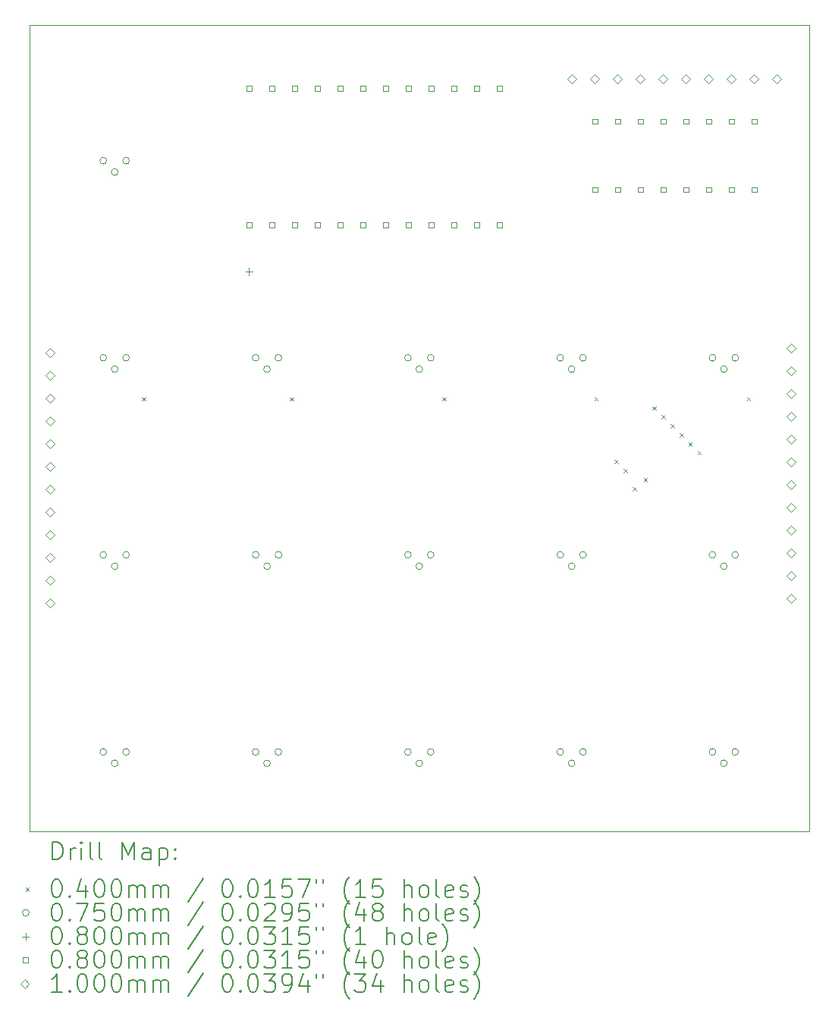
<source format=gbr>
%TF.GenerationSoftware,KiCad,Pcbnew,7.0.6*%
%TF.CreationDate,2023-08-02T15:10:34-04:00*%
%TF.ProjectId,Turing Machine State,54757269-6e67-4204-9d61-6368696e6520,rev?*%
%TF.SameCoordinates,Original*%
%TF.FileFunction,Drillmap*%
%TF.FilePolarity,Positive*%
%FSLAX45Y45*%
G04 Gerber Fmt 4.5, Leading zero omitted, Abs format (unit mm)*
G04 Created by KiCad (PCBNEW 7.0.6) date 2023-08-02 15:10:34*
%MOMM*%
%LPD*%
G01*
G04 APERTURE LIST*
%ADD10C,0.100000*%
%ADD11C,0.200000*%
%ADD12C,0.040000*%
%ADD13C,0.075000*%
%ADD14C,0.080000*%
G04 APERTURE END LIST*
D10*
X4800000Y-3500000D02*
X13500000Y-3500000D01*
X13500000Y-12500000D01*
X4800000Y-12500000D01*
X4800000Y-3500000D01*
D11*
D12*
X6055000Y-7655000D02*
X6095000Y-7695000D01*
X6095000Y-7655000D02*
X6055000Y-7695000D01*
X7705000Y-7655000D02*
X7745000Y-7695000D01*
X7745000Y-7655000D02*
X7705000Y-7695000D01*
X9405000Y-7655000D02*
X9445000Y-7695000D01*
X9445000Y-7655000D02*
X9405000Y-7695000D01*
X11105000Y-7655000D02*
X11145000Y-7695000D01*
X11145000Y-7655000D02*
X11105000Y-7695000D01*
X11330000Y-8355000D02*
X11370000Y-8395000D01*
X11370000Y-8355000D02*
X11330000Y-8395000D01*
X11430000Y-8455000D02*
X11470000Y-8495000D01*
X11470000Y-8455000D02*
X11430000Y-8495000D01*
X11530000Y-8655000D02*
X11570000Y-8695000D01*
X11570000Y-8655000D02*
X11530000Y-8695000D01*
X11655000Y-8555000D02*
X11695000Y-8595000D01*
X11695000Y-8555000D02*
X11655000Y-8595000D01*
X11755000Y-7755000D02*
X11795000Y-7795000D01*
X11795000Y-7755000D02*
X11755000Y-7795000D01*
X11855000Y-7855000D02*
X11895000Y-7895000D01*
X11895000Y-7855000D02*
X11855000Y-7895000D01*
X11955000Y-7955000D02*
X11995000Y-7995000D01*
X11995000Y-7955000D02*
X11955000Y-7995000D01*
X12055000Y-8055000D02*
X12095000Y-8095000D01*
X12095000Y-8055000D02*
X12055000Y-8095000D01*
X12155000Y-8155000D02*
X12195000Y-8195000D01*
X12195000Y-8155000D02*
X12155000Y-8195000D01*
X12255000Y-8255000D02*
X12295000Y-8295000D01*
X12295000Y-8255000D02*
X12255000Y-8295000D01*
X12805000Y-7655000D02*
X12845000Y-7695000D01*
X12845000Y-7655000D02*
X12805000Y-7695000D01*
D13*
X5660640Y-5013960D02*
G75*
G03*
X5660640Y-5013960I-37500J0D01*
G01*
X5660640Y-7213960D02*
G75*
G03*
X5660640Y-7213960I-37500J0D01*
G01*
X5660640Y-9413960D02*
G75*
G03*
X5660640Y-9413960I-37500J0D01*
G01*
X5660640Y-11613960D02*
G75*
G03*
X5660640Y-11613960I-37500J0D01*
G01*
X5787640Y-5140960D02*
G75*
G03*
X5787640Y-5140960I-37500J0D01*
G01*
X5787640Y-7340960D02*
G75*
G03*
X5787640Y-7340960I-37500J0D01*
G01*
X5787640Y-9540960D02*
G75*
G03*
X5787640Y-9540960I-37500J0D01*
G01*
X5787640Y-11740960D02*
G75*
G03*
X5787640Y-11740960I-37500J0D01*
G01*
X5914640Y-5013960D02*
G75*
G03*
X5914640Y-5013960I-37500J0D01*
G01*
X5914640Y-7213960D02*
G75*
G03*
X5914640Y-7213960I-37500J0D01*
G01*
X5914640Y-9413960D02*
G75*
G03*
X5914640Y-9413960I-37500J0D01*
G01*
X5914640Y-11613960D02*
G75*
G03*
X5914640Y-11613960I-37500J0D01*
G01*
X7360640Y-7213960D02*
G75*
G03*
X7360640Y-7213960I-37500J0D01*
G01*
X7360640Y-9413960D02*
G75*
G03*
X7360640Y-9413960I-37500J0D01*
G01*
X7360640Y-11613960D02*
G75*
G03*
X7360640Y-11613960I-37500J0D01*
G01*
X7487640Y-7340960D02*
G75*
G03*
X7487640Y-7340960I-37500J0D01*
G01*
X7487640Y-9540960D02*
G75*
G03*
X7487640Y-9540960I-37500J0D01*
G01*
X7487640Y-11740960D02*
G75*
G03*
X7487640Y-11740960I-37500J0D01*
G01*
X7614640Y-7213960D02*
G75*
G03*
X7614640Y-7213960I-37500J0D01*
G01*
X7614640Y-9413960D02*
G75*
G03*
X7614640Y-9413960I-37500J0D01*
G01*
X7614640Y-11613960D02*
G75*
G03*
X7614640Y-11613960I-37500J0D01*
G01*
X9060640Y-7213960D02*
G75*
G03*
X9060640Y-7213960I-37500J0D01*
G01*
X9060640Y-9413960D02*
G75*
G03*
X9060640Y-9413960I-37500J0D01*
G01*
X9060640Y-11613960D02*
G75*
G03*
X9060640Y-11613960I-37500J0D01*
G01*
X9187640Y-7340960D02*
G75*
G03*
X9187640Y-7340960I-37500J0D01*
G01*
X9187640Y-9540960D02*
G75*
G03*
X9187640Y-9540960I-37500J0D01*
G01*
X9187640Y-11740960D02*
G75*
G03*
X9187640Y-11740960I-37500J0D01*
G01*
X9314640Y-7213960D02*
G75*
G03*
X9314640Y-7213960I-37500J0D01*
G01*
X9314640Y-9413960D02*
G75*
G03*
X9314640Y-9413960I-37500J0D01*
G01*
X9314640Y-11613960D02*
G75*
G03*
X9314640Y-11613960I-37500J0D01*
G01*
X10760640Y-7213960D02*
G75*
G03*
X10760640Y-7213960I-37500J0D01*
G01*
X10760640Y-9413960D02*
G75*
G03*
X10760640Y-9413960I-37500J0D01*
G01*
X10760640Y-11613960D02*
G75*
G03*
X10760640Y-11613960I-37500J0D01*
G01*
X10887640Y-7340960D02*
G75*
G03*
X10887640Y-7340960I-37500J0D01*
G01*
X10887640Y-9540960D02*
G75*
G03*
X10887640Y-9540960I-37500J0D01*
G01*
X10887640Y-11740960D02*
G75*
G03*
X10887640Y-11740960I-37500J0D01*
G01*
X11014640Y-7213960D02*
G75*
G03*
X11014640Y-7213960I-37500J0D01*
G01*
X11014640Y-9413960D02*
G75*
G03*
X11014640Y-9413960I-37500J0D01*
G01*
X11014640Y-11613960D02*
G75*
G03*
X11014640Y-11613960I-37500J0D01*
G01*
X12460640Y-7213960D02*
G75*
G03*
X12460640Y-7213960I-37500J0D01*
G01*
X12460640Y-9413960D02*
G75*
G03*
X12460640Y-9413960I-37500J0D01*
G01*
X12460640Y-11613960D02*
G75*
G03*
X12460640Y-11613960I-37500J0D01*
G01*
X12587640Y-7340960D02*
G75*
G03*
X12587640Y-7340960I-37500J0D01*
G01*
X12587640Y-9540960D02*
G75*
G03*
X12587640Y-9540960I-37500J0D01*
G01*
X12587640Y-11740960D02*
G75*
G03*
X12587640Y-11740960I-37500J0D01*
G01*
X12714640Y-7213960D02*
G75*
G03*
X12714640Y-7213960I-37500J0D01*
G01*
X12714640Y-9413960D02*
G75*
G03*
X12714640Y-9413960I-37500J0D01*
G01*
X12714640Y-11613960D02*
G75*
G03*
X12714640Y-11613960I-37500J0D01*
G01*
D14*
X7250000Y-6210000D02*
X7250000Y-6290000D01*
X7210000Y-6250000D02*
X7290000Y-6250000D01*
X7277444Y-4237065D02*
X7277444Y-4180495D01*
X7220875Y-4180495D01*
X7220875Y-4237065D01*
X7277444Y-4237065D01*
X7277444Y-5761064D02*
X7277444Y-5704495D01*
X7220875Y-5704495D01*
X7220875Y-5761064D01*
X7277444Y-5761064D01*
X7531444Y-4237065D02*
X7531444Y-4180495D01*
X7474875Y-4180495D01*
X7474875Y-4237065D01*
X7531444Y-4237065D01*
X7531444Y-5761064D02*
X7531444Y-5704495D01*
X7474875Y-5704495D01*
X7474875Y-5761064D01*
X7531444Y-5761064D01*
X7785444Y-4237065D02*
X7785444Y-4180495D01*
X7728875Y-4180495D01*
X7728875Y-4237065D01*
X7785444Y-4237065D01*
X7785444Y-5761064D02*
X7785444Y-5704495D01*
X7728875Y-5704495D01*
X7728875Y-5761064D01*
X7785444Y-5761064D01*
X8039444Y-4237065D02*
X8039444Y-4180495D01*
X7982875Y-4180495D01*
X7982875Y-4237065D01*
X8039444Y-4237065D01*
X8039444Y-5761064D02*
X8039444Y-5704495D01*
X7982875Y-5704495D01*
X7982875Y-5761064D01*
X8039444Y-5761064D01*
X8293444Y-4237065D02*
X8293444Y-4180495D01*
X8236875Y-4180495D01*
X8236875Y-4237065D01*
X8293444Y-4237065D01*
X8293444Y-5761064D02*
X8293444Y-5704495D01*
X8236875Y-5704495D01*
X8236875Y-5761064D01*
X8293444Y-5761064D01*
X8547445Y-4237065D02*
X8547445Y-4180495D01*
X8490876Y-4180495D01*
X8490876Y-4237065D01*
X8547445Y-4237065D01*
X8547445Y-5761064D02*
X8547445Y-5704495D01*
X8490876Y-5704495D01*
X8490876Y-5761064D01*
X8547445Y-5761064D01*
X8801445Y-4237065D02*
X8801445Y-4180495D01*
X8744876Y-4180495D01*
X8744876Y-4237065D01*
X8801445Y-4237065D01*
X8801445Y-5761064D02*
X8801445Y-5704495D01*
X8744876Y-5704495D01*
X8744876Y-5761064D01*
X8801445Y-5761064D01*
X9055445Y-4237065D02*
X9055445Y-4180495D01*
X8998876Y-4180495D01*
X8998876Y-4237065D01*
X9055445Y-4237065D01*
X9055445Y-5761064D02*
X9055445Y-5704495D01*
X8998876Y-5704495D01*
X8998876Y-5761064D01*
X9055445Y-5761064D01*
X9309445Y-4237065D02*
X9309445Y-4180495D01*
X9252876Y-4180495D01*
X9252876Y-4237065D01*
X9309445Y-4237065D01*
X9309445Y-5761064D02*
X9309445Y-5704495D01*
X9252876Y-5704495D01*
X9252876Y-5761064D01*
X9309445Y-5761064D01*
X9563445Y-4237065D02*
X9563445Y-4180495D01*
X9506876Y-4180495D01*
X9506876Y-4237065D01*
X9563445Y-4237065D01*
X9563445Y-5761064D02*
X9563445Y-5704495D01*
X9506876Y-5704495D01*
X9506876Y-5761064D01*
X9563445Y-5761064D01*
X9817445Y-4237065D02*
X9817445Y-4180495D01*
X9760876Y-4180495D01*
X9760876Y-4237065D01*
X9817445Y-4237065D01*
X9817445Y-5761064D02*
X9817445Y-5704495D01*
X9760876Y-5704495D01*
X9760876Y-5761064D01*
X9817445Y-5761064D01*
X10071445Y-4237065D02*
X10071445Y-4180495D01*
X10014876Y-4180495D01*
X10014876Y-4237065D01*
X10071445Y-4237065D01*
X10071445Y-5761064D02*
X10071445Y-5704495D01*
X10014876Y-5704495D01*
X10014876Y-5761064D01*
X10071445Y-5761064D01*
X11137285Y-4603285D02*
X11137285Y-4546716D01*
X11080716Y-4546716D01*
X11080716Y-4603285D01*
X11137285Y-4603285D01*
X11137285Y-5365285D02*
X11137285Y-5308716D01*
X11080716Y-5308716D01*
X11080716Y-5365285D01*
X11137285Y-5365285D01*
X11391284Y-4603285D02*
X11391284Y-4546716D01*
X11334715Y-4546716D01*
X11334715Y-4603285D01*
X11391284Y-4603285D01*
X11391284Y-5365285D02*
X11391284Y-5308716D01*
X11334715Y-5308716D01*
X11334715Y-5365285D01*
X11391284Y-5365285D01*
X11645284Y-4603285D02*
X11645284Y-4546716D01*
X11588715Y-4546716D01*
X11588715Y-4603285D01*
X11645284Y-4603285D01*
X11645284Y-5365285D02*
X11645284Y-5308716D01*
X11588715Y-5308716D01*
X11588715Y-5365285D01*
X11645284Y-5365285D01*
X11899284Y-4603285D02*
X11899284Y-4546716D01*
X11842715Y-4546716D01*
X11842715Y-4603285D01*
X11899284Y-4603285D01*
X11899284Y-5365285D02*
X11899284Y-5308716D01*
X11842715Y-5308716D01*
X11842715Y-5365285D01*
X11899284Y-5365285D01*
X12153284Y-4603285D02*
X12153284Y-4546716D01*
X12096715Y-4546716D01*
X12096715Y-4603285D01*
X12153284Y-4603285D01*
X12153284Y-5365285D02*
X12153284Y-5308716D01*
X12096715Y-5308716D01*
X12096715Y-5365285D01*
X12153284Y-5365285D01*
X12407284Y-4603285D02*
X12407284Y-4546716D01*
X12350715Y-4546716D01*
X12350715Y-4603285D01*
X12407284Y-4603285D01*
X12407284Y-5365285D02*
X12407284Y-5308716D01*
X12350715Y-5308716D01*
X12350715Y-5365285D01*
X12407284Y-5365285D01*
X12661284Y-4603285D02*
X12661284Y-4546716D01*
X12604715Y-4546716D01*
X12604715Y-4603285D01*
X12661284Y-4603285D01*
X12661284Y-5365285D02*
X12661284Y-5308716D01*
X12604715Y-5308716D01*
X12604715Y-5365285D01*
X12661284Y-5365285D01*
X12915284Y-4603285D02*
X12915284Y-4546716D01*
X12858715Y-4546716D01*
X12858715Y-4603285D01*
X12915284Y-4603285D01*
X12915284Y-5365285D02*
X12915284Y-5308716D01*
X12858715Y-5308716D01*
X12858715Y-5365285D01*
X12915284Y-5365285D01*
D10*
X5025000Y-7205000D02*
X5075000Y-7155000D01*
X5025000Y-7105000D01*
X4975000Y-7155000D01*
X5025000Y-7205000D01*
X5025000Y-7459000D02*
X5075000Y-7409000D01*
X5025000Y-7359000D01*
X4975000Y-7409000D01*
X5025000Y-7459000D01*
X5025000Y-7713000D02*
X5075000Y-7663000D01*
X5025000Y-7613000D01*
X4975000Y-7663000D01*
X5025000Y-7713000D01*
X5025000Y-7967000D02*
X5075000Y-7917000D01*
X5025000Y-7867000D01*
X4975000Y-7917000D01*
X5025000Y-7967000D01*
X5025000Y-8221000D02*
X5075000Y-8171000D01*
X5025000Y-8121000D01*
X4975000Y-8171000D01*
X5025000Y-8221000D01*
X5025000Y-8475000D02*
X5075000Y-8425000D01*
X5025000Y-8375000D01*
X4975000Y-8425000D01*
X5025000Y-8475000D01*
X5025000Y-8729000D02*
X5075000Y-8679000D01*
X5025000Y-8629000D01*
X4975000Y-8679000D01*
X5025000Y-8729000D01*
X5025000Y-8983000D02*
X5075000Y-8933000D01*
X5025000Y-8883000D01*
X4975000Y-8933000D01*
X5025000Y-8983000D01*
X5025000Y-9237000D02*
X5075000Y-9187000D01*
X5025000Y-9137000D01*
X4975000Y-9187000D01*
X5025000Y-9237000D01*
X5025000Y-9491000D02*
X5075000Y-9441000D01*
X5025000Y-9391000D01*
X4975000Y-9441000D01*
X5025000Y-9491000D01*
X5025000Y-9745000D02*
X5075000Y-9695000D01*
X5025000Y-9645000D01*
X4975000Y-9695000D01*
X5025000Y-9745000D01*
X5025000Y-9999000D02*
X5075000Y-9949000D01*
X5025000Y-9899000D01*
X4975000Y-9949000D01*
X5025000Y-9999000D01*
X10851000Y-4150000D02*
X10901000Y-4100000D01*
X10851000Y-4050000D01*
X10801000Y-4100000D01*
X10851000Y-4150000D01*
X11105000Y-4150000D02*
X11155000Y-4100000D01*
X11105000Y-4050000D01*
X11055000Y-4100000D01*
X11105000Y-4150000D01*
X11359000Y-4150000D02*
X11409000Y-4100000D01*
X11359000Y-4050000D01*
X11309000Y-4100000D01*
X11359000Y-4150000D01*
X11613000Y-4150000D02*
X11663000Y-4100000D01*
X11613000Y-4050000D01*
X11563000Y-4100000D01*
X11613000Y-4150000D01*
X11867000Y-4150000D02*
X11917000Y-4100000D01*
X11867000Y-4050000D01*
X11817000Y-4100000D01*
X11867000Y-4150000D01*
X12121000Y-4150000D02*
X12171000Y-4100000D01*
X12121000Y-4050000D01*
X12071000Y-4100000D01*
X12121000Y-4150000D01*
X12375000Y-4150000D02*
X12425000Y-4100000D01*
X12375000Y-4050000D01*
X12325000Y-4100000D01*
X12375000Y-4150000D01*
X12629000Y-4150000D02*
X12679000Y-4100000D01*
X12629000Y-4050000D01*
X12579000Y-4100000D01*
X12629000Y-4150000D01*
X12883000Y-4150000D02*
X12933000Y-4100000D01*
X12883000Y-4050000D01*
X12833000Y-4100000D01*
X12883000Y-4150000D01*
X13137000Y-4150000D02*
X13187000Y-4100000D01*
X13137000Y-4050000D01*
X13087000Y-4100000D01*
X13137000Y-4150000D01*
X13300000Y-7155000D02*
X13350000Y-7105000D01*
X13300000Y-7055000D01*
X13250000Y-7105000D01*
X13300000Y-7155000D01*
X13300000Y-7409000D02*
X13350000Y-7359000D01*
X13300000Y-7309000D01*
X13250000Y-7359000D01*
X13300000Y-7409000D01*
X13300000Y-7663000D02*
X13350000Y-7613000D01*
X13300000Y-7563000D01*
X13250000Y-7613000D01*
X13300000Y-7663000D01*
X13300000Y-7917000D02*
X13350000Y-7867000D01*
X13300000Y-7817000D01*
X13250000Y-7867000D01*
X13300000Y-7917000D01*
X13300000Y-8171000D02*
X13350000Y-8121000D01*
X13300000Y-8071000D01*
X13250000Y-8121000D01*
X13300000Y-8171000D01*
X13300000Y-8425000D02*
X13350000Y-8375000D01*
X13300000Y-8325000D01*
X13250000Y-8375000D01*
X13300000Y-8425000D01*
X13300000Y-8679000D02*
X13350000Y-8629000D01*
X13300000Y-8579000D01*
X13250000Y-8629000D01*
X13300000Y-8679000D01*
X13300000Y-8933000D02*
X13350000Y-8883000D01*
X13300000Y-8833000D01*
X13250000Y-8883000D01*
X13300000Y-8933000D01*
X13300000Y-9187000D02*
X13350000Y-9137000D01*
X13300000Y-9087000D01*
X13250000Y-9137000D01*
X13300000Y-9187000D01*
X13300000Y-9441000D02*
X13350000Y-9391000D01*
X13300000Y-9341000D01*
X13250000Y-9391000D01*
X13300000Y-9441000D01*
X13300000Y-9695000D02*
X13350000Y-9645000D01*
X13300000Y-9595000D01*
X13250000Y-9645000D01*
X13300000Y-9695000D01*
X13300000Y-9949000D02*
X13350000Y-9899000D01*
X13300000Y-9849000D01*
X13250000Y-9899000D01*
X13300000Y-9949000D01*
D11*
X5055777Y-12816484D02*
X5055777Y-12616484D01*
X5055777Y-12616484D02*
X5103396Y-12616484D01*
X5103396Y-12616484D02*
X5131967Y-12626008D01*
X5131967Y-12626008D02*
X5151015Y-12645055D01*
X5151015Y-12645055D02*
X5160539Y-12664103D01*
X5160539Y-12664103D02*
X5170063Y-12702198D01*
X5170063Y-12702198D02*
X5170063Y-12730769D01*
X5170063Y-12730769D02*
X5160539Y-12768865D01*
X5160539Y-12768865D02*
X5151015Y-12787912D01*
X5151015Y-12787912D02*
X5131967Y-12806960D01*
X5131967Y-12806960D02*
X5103396Y-12816484D01*
X5103396Y-12816484D02*
X5055777Y-12816484D01*
X5255777Y-12816484D02*
X5255777Y-12683150D01*
X5255777Y-12721246D02*
X5265301Y-12702198D01*
X5265301Y-12702198D02*
X5274824Y-12692674D01*
X5274824Y-12692674D02*
X5293872Y-12683150D01*
X5293872Y-12683150D02*
X5312920Y-12683150D01*
X5379586Y-12816484D02*
X5379586Y-12683150D01*
X5379586Y-12616484D02*
X5370063Y-12626008D01*
X5370063Y-12626008D02*
X5379586Y-12635531D01*
X5379586Y-12635531D02*
X5389110Y-12626008D01*
X5389110Y-12626008D02*
X5379586Y-12616484D01*
X5379586Y-12616484D02*
X5379586Y-12635531D01*
X5503396Y-12816484D02*
X5484348Y-12806960D01*
X5484348Y-12806960D02*
X5474824Y-12787912D01*
X5474824Y-12787912D02*
X5474824Y-12616484D01*
X5608158Y-12816484D02*
X5589110Y-12806960D01*
X5589110Y-12806960D02*
X5579586Y-12787912D01*
X5579586Y-12787912D02*
X5579586Y-12616484D01*
X5836729Y-12816484D02*
X5836729Y-12616484D01*
X5836729Y-12616484D02*
X5903396Y-12759341D01*
X5903396Y-12759341D02*
X5970062Y-12616484D01*
X5970062Y-12616484D02*
X5970062Y-12816484D01*
X6151015Y-12816484D02*
X6151015Y-12711722D01*
X6151015Y-12711722D02*
X6141491Y-12692674D01*
X6141491Y-12692674D02*
X6122443Y-12683150D01*
X6122443Y-12683150D02*
X6084348Y-12683150D01*
X6084348Y-12683150D02*
X6065301Y-12692674D01*
X6151015Y-12806960D02*
X6131967Y-12816484D01*
X6131967Y-12816484D02*
X6084348Y-12816484D01*
X6084348Y-12816484D02*
X6065301Y-12806960D01*
X6065301Y-12806960D02*
X6055777Y-12787912D01*
X6055777Y-12787912D02*
X6055777Y-12768865D01*
X6055777Y-12768865D02*
X6065301Y-12749817D01*
X6065301Y-12749817D02*
X6084348Y-12740293D01*
X6084348Y-12740293D02*
X6131967Y-12740293D01*
X6131967Y-12740293D02*
X6151015Y-12730769D01*
X6246253Y-12683150D02*
X6246253Y-12883150D01*
X6246253Y-12692674D02*
X6265301Y-12683150D01*
X6265301Y-12683150D02*
X6303396Y-12683150D01*
X6303396Y-12683150D02*
X6322443Y-12692674D01*
X6322443Y-12692674D02*
X6331967Y-12702198D01*
X6331967Y-12702198D02*
X6341491Y-12721246D01*
X6341491Y-12721246D02*
X6341491Y-12778388D01*
X6341491Y-12778388D02*
X6331967Y-12797436D01*
X6331967Y-12797436D02*
X6322443Y-12806960D01*
X6322443Y-12806960D02*
X6303396Y-12816484D01*
X6303396Y-12816484D02*
X6265301Y-12816484D01*
X6265301Y-12816484D02*
X6246253Y-12806960D01*
X6427205Y-12797436D02*
X6436729Y-12806960D01*
X6436729Y-12806960D02*
X6427205Y-12816484D01*
X6427205Y-12816484D02*
X6417682Y-12806960D01*
X6417682Y-12806960D02*
X6427205Y-12797436D01*
X6427205Y-12797436D02*
X6427205Y-12816484D01*
X6427205Y-12692674D02*
X6436729Y-12702198D01*
X6436729Y-12702198D02*
X6427205Y-12711722D01*
X6427205Y-12711722D02*
X6417682Y-12702198D01*
X6417682Y-12702198D02*
X6427205Y-12692674D01*
X6427205Y-12692674D02*
X6427205Y-12711722D01*
D12*
X4755000Y-13125000D02*
X4795000Y-13165000D01*
X4795000Y-13125000D02*
X4755000Y-13165000D01*
D11*
X5093872Y-13036484D02*
X5112920Y-13036484D01*
X5112920Y-13036484D02*
X5131967Y-13046008D01*
X5131967Y-13046008D02*
X5141491Y-13055531D01*
X5141491Y-13055531D02*
X5151015Y-13074579D01*
X5151015Y-13074579D02*
X5160539Y-13112674D01*
X5160539Y-13112674D02*
X5160539Y-13160293D01*
X5160539Y-13160293D02*
X5151015Y-13198388D01*
X5151015Y-13198388D02*
X5141491Y-13217436D01*
X5141491Y-13217436D02*
X5131967Y-13226960D01*
X5131967Y-13226960D02*
X5112920Y-13236484D01*
X5112920Y-13236484D02*
X5093872Y-13236484D01*
X5093872Y-13236484D02*
X5074824Y-13226960D01*
X5074824Y-13226960D02*
X5065301Y-13217436D01*
X5065301Y-13217436D02*
X5055777Y-13198388D01*
X5055777Y-13198388D02*
X5046253Y-13160293D01*
X5046253Y-13160293D02*
X5046253Y-13112674D01*
X5046253Y-13112674D02*
X5055777Y-13074579D01*
X5055777Y-13074579D02*
X5065301Y-13055531D01*
X5065301Y-13055531D02*
X5074824Y-13046008D01*
X5074824Y-13046008D02*
X5093872Y-13036484D01*
X5246253Y-13217436D02*
X5255777Y-13226960D01*
X5255777Y-13226960D02*
X5246253Y-13236484D01*
X5246253Y-13236484D02*
X5236729Y-13226960D01*
X5236729Y-13226960D02*
X5246253Y-13217436D01*
X5246253Y-13217436D02*
X5246253Y-13236484D01*
X5427205Y-13103150D02*
X5427205Y-13236484D01*
X5379586Y-13026960D02*
X5331967Y-13169817D01*
X5331967Y-13169817D02*
X5455777Y-13169817D01*
X5570063Y-13036484D02*
X5589110Y-13036484D01*
X5589110Y-13036484D02*
X5608158Y-13046008D01*
X5608158Y-13046008D02*
X5617682Y-13055531D01*
X5617682Y-13055531D02*
X5627205Y-13074579D01*
X5627205Y-13074579D02*
X5636729Y-13112674D01*
X5636729Y-13112674D02*
X5636729Y-13160293D01*
X5636729Y-13160293D02*
X5627205Y-13198388D01*
X5627205Y-13198388D02*
X5617682Y-13217436D01*
X5617682Y-13217436D02*
X5608158Y-13226960D01*
X5608158Y-13226960D02*
X5589110Y-13236484D01*
X5589110Y-13236484D02*
X5570063Y-13236484D01*
X5570063Y-13236484D02*
X5551015Y-13226960D01*
X5551015Y-13226960D02*
X5541491Y-13217436D01*
X5541491Y-13217436D02*
X5531967Y-13198388D01*
X5531967Y-13198388D02*
X5522444Y-13160293D01*
X5522444Y-13160293D02*
X5522444Y-13112674D01*
X5522444Y-13112674D02*
X5531967Y-13074579D01*
X5531967Y-13074579D02*
X5541491Y-13055531D01*
X5541491Y-13055531D02*
X5551015Y-13046008D01*
X5551015Y-13046008D02*
X5570063Y-13036484D01*
X5760539Y-13036484D02*
X5779586Y-13036484D01*
X5779586Y-13036484D02*
X5798634Y-13046008D01*
X5798634Y-13046008D02*
X5808158Y-13055531D01*
X5808158Y-13055531D02*
X5817682Y-13074579D01*
X5817682Y-13074579D02*
X5827205Y-13112674D01*
X5827205Y-13112674D02*
X5827205Y-13160293D01*
X5827205Y-13160293D02*
X5817682Y-13198388D01*
X5817682Y-13198388D02*
X5808158Y-13217436D01*
X5808158Y-13217436D02*
X5798634Y-13226960D01*
X5798634Y-13226960D02*
X5779586Y-13236484D01*
X5779586Y-13236484D02*
X5760539Y-13236484D01*
X5760539Y-13236484D02*
X5741491Y-13226960D01*
X5741491Y-13226960D02*
X5731967Y-13217436D01*
X5731967Y-13217436D02*
X5722443Y-13198388D01*
X5722443Y-13198388D02*
X5712920Y-13160293D01*
X5712920Y-13160293D02*
X5712920Y-13112674D01*
X5712920Y-13112674D02*
X5722443Y-13074579D01*
X5722443Y-13074579D02*
X5731967Y-13055531D01*
X5731967Y-13055531D02*
X5741491Y-13046008D01*
X5741491Y-13046008D02*
X5760539Y-13036484D01*
X5912920Y-13236484D02*
X5912920Y-13103150D01*
X5912920Y-13122198D02*
X5922443Y-13112674D01*
X5922443Y-13112674D02*
X5941491Y-13103150D01*
X5941491Y-13103150D02*
X5970063Y-13103150D01*
X5970063Y-13103150D02*
X5989110Y-13112674D01*
X5989110Y-13112674D02*
X5998634Y-13131722D01*
X5998634Y-13131722D02*
X5998634Y-13236484D01*
X5998634Y-13131722D02*
X6008158Y-13112674D01*
X6008158Y-13112674D02*
X6027205Y-13103150D01*
X6027205Y-13103150D02*
X6055777Y-13103150D01*
X6055777Y-13103150D02*
X6074824Y-13112674D01*
X6074824Y-13112674D02*
X6084348Y-13131722D01*
X6084348Y-13131722D02*
X6084348Y-13236484D01*
X6179586Y-13236484D02*
X6179586Y-13103150D01*
X6179586Y-13122198D02*
X6189110Y-13112674D01*
X6189110Y-13112674D02*
X6208158Y-13103150D01*
X6208158Y-13103150D02*
X6236729Y-13103150D01*
X6236729Y-13103150D02*
X6255777Y-13112674D01*
X6255777Y-13112674D02*
X6265301Y-13131722D01*
X6265301Y-13131722D02*
X6265301Y-13236484D01*
X6265301Y-13131722D02*
X6274824Y-13112674D01*
X6274824Y-13112674D02*
X6293872Y-13103150D01*
X6293872Y-13103150D02*
X6322443Y-13103150D01*
X6322443Y-13103150D02*
X6341491Y-13112674D01*
X6341491Y-13112674D02*
X6351015Y-13131722D01*
X6351015Y-13131722D02*
X6351015Y-13236484D01*
X6741491Y-13026960D02*
X6570063Y-13284103D01*
X6998634Y-13036484D02*
X7017682Y-13036484D01*
X7017682Y-13036484D02*
X7036729Y-13046008D01*
X7036729Y-13046008D02*
X7046253Y-13055531D01*
X7046253Y-13055531D02*
X7055777Y-13074579D01*
X7055777Y-13074579D02*
X7065301Y-13112674D01*
X7065301Y-13112674D02*
X7065301Y-13160293D01*
X7065301Y-13160293D02*
X7055777Y-13198388D01*
X7055777Y-13198388D02*
X7046253Y-13217436D01*
X7046253Y-13217436D02*
X7036729Y-13226960D01*
X7036729Y-13226960D02*
X7017682Y-13236484D01*
X7017682Y-13236484D02*
X6998634Y-13236484D01*
X6998634Y-13236484D02*
X6979586Y-13226960D01*
X6979586Y-13226960D02*
X6970063Y-13217436D01*
X6970063Y-13217436D02*
X6960539Y-13198388D01*
X6960539Y-13198388D02*
X6951015Y-13160293D01*
X6951015Y-13160293D02*
X6951015Y-13112674D01*
X6951015Y-13112674D02*
X6960539Y-13074579D01*
X6960539Y-13074579D02*
X6970063Y-13055531D01*
X6970063Y-13055531D02*
X6979586Y-13046008D01*
X6979586Y-13046008D02*
X6998634Y-13036484D01*
X7151015Y-13217436D02*
X7160539Y-13226960D01*
X7160539Y-13226960D02*
X7151015Y-13236484D01*
X7151015Y-13236484D02*
X7141491Y-13226960D01*
X7141491Y-13226960D02*
X7151015Y-13217436D01*
X7151015Y-13217436D02*
X7151015Y-13236484D01*
X7284348Y-13036484D02*
X7303396Y-13036484D01*
X7303396Y-13036484D02*
X7322444Y-13046008D01*
X7322444Y-13046008D02*
X7331967Y-13055531D01*
X7331967Y-13055531D02*
X7341491Y-13074579D01*
X7341491Y-13074579D02*
X7351015Y-13112674D01*
X7351015Y-13112674D02*
X7351015Y-13160293D01*
X7351015Y-13160293D02*
X7341491Y-13198388D01*
X7341491Y-13198388D02*
X7331967Y-13217436D01*
X7331967Y-13217436D02*
X7322444Y-13226960D01*
X7322444Y-13226960D02*
X7303396Y-13236484D01*
X7303396Y-13236484D02*
X7284348Y-13236484D01*
X7284348Y-13236484D02*
X7265301Y-13226960D01*
X7265301Y-13226960D02*
X7255777Y-13217436D01*
X7255777Y-13217436D02*
X7246253Y-13198388D01*
X7246253Y-13198388D02*
X7236729Y-13160293D01*
X7236729Y-13160293D02*
X7236729Y-13112674D01*
X7236729Y-13112674D02*
X7246253Y-13074579D01*
X7246253Y-13074579D02*
X7255777Y-13055531D01*
X7255777Y-13055531D02*
X7265301Y-13046008D01*
X7265301Y-13046008D02*
X7284348Y-13036484D01*
X7541491Y-13236484D02*
X7427206Y-13236484D01*
X7484348Y-13236484D02*
X7484348Y-13036484D01*
X7484348Y-13036484D02*
X7465301Y-13065055D01*
X7465301Y-13065055D02*
X7446253Y-13084103D01*
X7446253Y-13084103D02*
X7427206Y-13093627D01*
X7722444Y-13036484D02*
X7627206Y-13036484D01*
X7627206Y-13036484D02*
X7617682Y-13131722D01*
X7617682Y-13131722D02*
X7627206Y-13122198D01*
X7627206Y-13122198D02*
X7646253Y-13112674D01*
X7646253Y-13112674D02*
X7693872Y-13112674D01*
X7693872Y-13112674D02*
X7712920Y-13122198D01*
X7712920Y-13122198D02*
X7722444Y-13131722D01*
X7722444Y-13131722D02*
X7731967Y-13150769D01*
X7731967Y-13150769D02*
X7731967Y-13198388D01*
X7731967Y-13198388D02*
X7722444Y-13217436D01*
X7722444Y-13217436D02*
X7712920Y-13226960D01*
X7712920Y-13226960D02*
X7693872Y-13236484D01*
X7693872Y-13236484D02*
X7646253Y-13236484D01*
X7646253Y-13236484D02*
X7627206Y-13226960D01*
X7627206Y-13226960D02*
X7617682Y-13217436D01*
X7798634Y-13036484D02*
X7931967Y-13036484D01*
X7931967Y-13036484D02*
X7846253Y-13236484D01*
X7998634Y-13036484D02*
X7998634Y-13074579D01*
X8074825Y-13036484D02*
X8074825Y-13074579D01*
X8370063Y-13312674D02*
X8360539Y-13303150D01*
X8360539Y-13303150D02*
X8341491Y-13274579D01*
X8341491Y-13274579D02*
X8331968Y-13255531D01*
X8331968Y-13255531D02*
X8322444Y-13226960D01*
X8322444Y-13226960D02*
X8312920Y-13179341D01*
X8312920Y-13179341D02*
X8312920Y-13141246D01*
X8312920Y-13141246D02*
X8322444Y-13093627D01*
X8322444Y-13093627D02*
X8331968Y-13065055D01*
X8331968Y-13065055D02*
X8341491Y-13046008D01*
X8341491Y-13046008D02*
X8360539Y-13017436D01*
X8360539Y-13017436D02*
X8370063Y-13007912D01*
X8551015Y-13236484D02*
X8436730Y-13236484D01*
X8493872Y-13236484D02*
X8493872Y-13036484D01*
X8493872Y-13036484D02*
X8474825Y-13065055D01*
X8474825Y-13065055D02*
X8455777Y-13084103D01*
X8455777Y-13084103D02*
X8436730Y-13093627D01*
X8731968Y-13036484D02*
X8636730Y-13036484D01*
X8636730Y-13036484D02*
X8627206Y-13131722D01*
X8627206Y-13131722D02*
X8636730Y-13122198D01*
X8636730Y-13122198D02*
X8655777Y-13112674D01*
X8655777Y-13112674D02*
X8703396Y-13112674D01*
X8703396Y-13112674D02*
X8722444Y-13122198D01*
X8722444Y-13122198D02*
X8731968Y-13131722D01*
X8731968Y-13131722D02*
X8741491Y-13150769D01*
X8741491Y-13150769D02*
X8741491Y-13198388D01*
X8741491Y-13198388D02*
X8731968Y-13217436D01*
X8731968Y-13217436D02*
X8722444Y-13226960D01*
X8722444Y-13226960D02*
X8703396Y-13236484D01*
X8703396Y-13236484D02*
X8655777Y-13236484D01*
X8655777Y-13236484D02*
X8636730Y-13226960D01*
X8636730Y-13226960D02*
X8627206Y-13217436D01*
X8979587Y-13236484D02*
X8979587Y-13036484D01*
X9065301Y-13236484D02*
X9065301Y-13131722D01*
X9065301Y-13131722D02*
X9055777Y-13112674D01*
X9055777Y-13112674D02*
X9036730Y-13103150D01*
X9036730Y-13103150D02*
X9008158Y-13103150D01*
X9008158Y-13103150D02*
X8989111Y-13112674D01*
X8989111Y-13112674D02*
X8979587Y-13122198D01*
X9189111Y-13236484D02*
X9170063Y-13226960D01*
X9170063Y-13226960D02*
X9160539Y-13217436D01*
X9160539Y-13217436D02*
X9151015Y-13198388D01*
X9151015Y-13198388D02*
X9151015Y-13141246D01*
X9151015Y-13141246D02*
X9160539Y-13122198D01*
X9160539Y-13122198D02*
X9170063Y-13112674D01*
X9170063Y-13112674D02*
X9189111Y-13103150D01*
X9189111Y-13103150D02*
X9217682Y-13103150D01*
X9217682Y-13103150D02*
X9236730Y-13112674D01*
X9236730Y-13112674D02*
X9246253Y-13122198D01*
X9246253Y-13122198D02*
X9255777Y-13141246D01*
X9255777Y-13141246D02*
X9255777Y-13198388D01*
X9255777Y-13198388D02*
X9246253Y-13217436D01*
X9246253Y-13217436D02*
X9236730Y-13226960D01*
X9236730Y-13226960D02*
X9217682Y-13236484D01*
X9217682Y-13236484D02*
X9189111Y-13236484D01*
X9370063Y-13236484D02*
X9351015Y-13226960D01*
X9351015Y-13226960D02*
X9341492Y-13207912D01*
X9341492Y-13207912D02*
X9341492Y-13036484D01*
X9522444Y-13226960D02*
X9503396Y-13236484D01*
X9503396Y-13236484D02*
X9465301Y-13236484D01*
X9465301Y-13236484D02*
X9446253Y-13226960D01*
X9446253Y-13226960D02*
X9436730Y-13207912D01*
X9436730Y-13207912D02*
X9436730Y-13131722D01*
X9436730Y-13131722D02*
X9446253Y-13112674D01*
X9446253Y-13112674D02*
X9465301Y-13103150D01*
X9465301Y-13103150D02*
X9503396Y-13103150D01*
X9503396Y-13103150D02*
X9522444Y-13112674D01*
X9522444Y-13112674D02*
X9531968Y-13131722D01*
X9531968Y-13131722D02*
X9531968Y-13150769D01*
X9531968Y-13150769D02*
X9436730Y-13169817D01*
X9608158Y-13226960D02*
X9627206Y-13236484D01*
X9627206Y-13236484D02*
X9665301Y-13236484D01*
X9665301Y-13236484D02*
X9684349Y-13226960D01*
X9684349Y-13226960D02*
X9693873Y-13207912D01*
X9693873Y-13207912D02*
X9693873Y-13198388D01*
X9693873Y-13198388D02*
X9684349Y-13179341D01*
X9684349Y-13179341D02*
X9665301Y-13169817D01*
X9665301Y-13169817D02*
X9636730Y-13169817D01*
X9636730Y-13169817D02*
X9617682Y-13160293D01*
X9617682Y-13160293D02*
X9608158Y-13141246D01*
X9608158Y-13141246D02*
X9608158Y-13131722D01*
X9608158Y-13131722D02*
X9617682Y-13112674D01*
X9617682Y-13112674D02*
X9636730Y-13103150D01*
X9636730Y-13103150D02*
X9665301Y-13103150D01*
X9665301Y-13103150D02*
X9684349Y-13112674D01*
X9760539Y-13312674D02*
X9770063Y-13303150D01*
X9770063Y-13303150D02*
X9789111Y-13274579D01*
X9789111Y-13274579D02*
X9798634Y-13255531D01*
X9798634Y-13255531D02*
X9808158Y-13226960D01*
X9808158Y-13226960D02*
X9817682Y-13179341D01*
X9817682Y-13179341D02*
X9817682Y-13141246D01*
X9817682Y-13141246D02*
X9808158Y-13093627D01*
X9808158Y-13093627D02*
X9798634Y-13065055D01*
X9798634Y-13065055D02*
X9789111Y-13046008D01*
X9789111Y-13046008D02*
X9770063Y-13017436D01*
X9770063Y-13017436D02*
X9760539Y-13007912D01*
D13*
X4795000Y-13409000D02*
G75*
G03*
X4795000Y-13409000I-37500J0D01*
G01*
D11*
X5093872Y-13300484D02*
X5112920Y-13300484D01*
X5112920Y-13300484D02*
X5131967Y-13310008D01*
X5131967Y-13310008D02*
X5141491Y-13319531D01*
X5141491Y-13319531D02*
X5151015Y-13338579D01*
X5151015Y-13338579D02*
X5160539Y-13376674D01*
X5160539Y-13376674D02*
X5160539Y-13424293D01*
X5160539Y-13424293D02*
X5151015Y-13462388D01*
X5151015Y-13462388D02*
X5141491Y-13481436D01*
X5141491Y-13481436D02*
X5131967Y-13490960D01*
X5131967Y-13490960D02*
X5112920Y-13500484D01*
X5112920Y-13500484D02*
X5093872Y-13500484D01*
X5093872Y-13500484D02*
X5074824Y-13490960D01*
X5074824Y-13490960D02*
X5065301Y-13481436D01*
X5065301Y-13481436D02*
X5055777Y-13462388D01*
X5055777Y-13462388D02*
X5046253Y-13424293D01*
X5046253Y-13424293D02*
X5046253Y-13376674D01*
X5046253Y-13376674D02*
X5055777Y-13338579D01*
X5055777Y-13338579D02*
X5065301Y-13319531D01*
X5065301Y-13319531D02*
X5074824Y-13310008D01*
X5074824Y-13310008D02*
X5093872Y-13300484D01*
X5246253Y-13481436D02*
X5255777Y-13490960D01*
X5255777Y-13490960D02*
X5246253Y-13500484D01*
X5246253Y-13500484D02*
X5236729Y-13490960D01*
X5236729Y-13490960D02*
X5246253Y-13481436D01*
X5246253Y-13481436D02*
X5246253Y-13500484D01*
X5322444Y-13300484D02*
X5455777Y-13300484D01*
X5455777Y-13300484D02*
X5370063Y-13500484D01*
X5627205Y-13300484D02*
X5531967Y-13300484D01*
X5531967Y-13300484D02*
X5522444Y-13395722D01*
X5522444Y-13395722D02*
X5531967Y-13386198D01*
X5531967Y-13386198D02*
X5551015Y-13376674D01*
X5551015Y-13376674D02*
X5598634Y-13376674D01*
X5598634Y-13376674D02*
X5617682Y-13386198D01*
X5617682Y-13386198D02*
X5627205Y-13395722D01*
X5627205Y-13395722D02*
X5636729Y-13414769D01*
X5636729Y-13414769D02*
X5636729Y-13462388D01*
X5636729Y-13462388D02*
X5627205Y-13481436D01*
X5627205Y-13481436D02*
X5617682Y-13490960D01*
X5617682Y-13490960D02*
X5598634Y-13500484D01*
X5598634Y-13500484D02*
X5551015Y-13500484D01*
X5551015Y-13500484D02*
X5531967Y-13490960D01*
X5531967Y-13490960D02*
X5522444Y-13481436D01*
X5760539Y-13300484D02*
X5779586Y-13300484D01*
X5779586Y-13300484D02*
X5798634Y-13310008D01*
X5798634Y-13310008D02*
X5808158Y-13319531D01*
X5808158Y-13319531D02*
X5817682Y-13338579D01*
X5817682Y-13338579D02*
X5827205Y-13376674D01*
X5827205Y-13376674D02*
X5827205Y-13424293D01*
X5827205Y-13424293D02*
X5817682Y-13462388D01*
X5817682Y-13462388D02*
X5808158Y-13481436D01*
X5808158Y-13481436D02*
X5798634Y-13490960D01*
X5798634Y-13490960D02*
X5779586Y-13500484D01*
X5779586Y-13500484D02*
X5760539Y-13500484D01*
X5760539Y-13500484D02*
X5741491Y-13490960D01*
X5741491Y-13490960D02*
X5731967Y-13481436D01*
X5731967Y-13481436D02*
X5722443Y-13462388D01*
X5722443Y-13462388D02*
X5712920Y-13424293D01*
X5712920Y-13424293D02*
X5712920Y-13376674D01*
X5712920Y-13376674D02*
X5722443Y-13338579D01*
X5722443Y-13338579D02*
X5731967Y-13319531D01*
X5731967Y-13319531D02*
X5741491Y-13310008D01*
X5741491Y-13310008D02*
X5760539Y-13300484D01*
X5912920Y-13500484D02*
X5912920Y-13367150D01*
X5912920Y-13386198D02*
X5922443Y-13376674D01*
X5922443Y-13376674D02*
X5941491Y-13367150D01*
X5941491Y-13367150D02*
X5970063Y-13367150D01*
X5970063Y-13367150D02*
X5989110Y-13376674D01*
X5989110Y-13376674D02*
X5998634Y-13395722D01*
X5998634Y-13395722D02*
X5998634Y-13500484D01*
X5998634Y-13395722D02*
X6008158Y-13376674D01*
X6008158Y-13376674D02*
X6027205Y-13367150D01*
X6027205Y-13367150D02*
X6055777Y-13367150D01*
X6055777Y-13367150D02*
X6074824Y-13376674D01*
X6074824Y-13376674D02*
X6084348Y-13395722D01*
X6084348Y-13395722D02*
X6084348Y-13500484D01*
X6179586Y-13500484D02*
X6179586Y-13367150D01*
X6179586Y-13386198D02*
X6189110Y-13376674D01*
X6189110Y-13376674D02*
X6208158Y-13367150D01*
X6208158Y-13367150D02*
X6236729Y-13367150D01*
X6236729Y-13367150D02*
X6255777Y-13376674D01*
X6255777Y-13376674D02*
X6265301Y-13395722D01*
X6265301Y-13395722D02*
X6265301Y-13500484D01*
X6265301Y-13395722D02*
X6274824Y-13376674D01*
X6274824Y-13376674D02*
X6293872Y-13367150D01*
X6293872Y-13367150D02*
X6322443Y-13367150D01*
X6322443Y-13367150D02*
X6341491Y-13376674D01*
X6341491Y-13376674D02*
X6351015Y-13395722D01*
X6351015Y-13395722D02*
X6351015Y-13500484D01*
X6741491Y-13290960D02*
X6570063Y-13548103D01*
X6998634Y-13300484D02*
X7017682Y-13300484D01*
X7017682Y-13300484D02*
X7036729Y-13310008D01*
X7036729Y-13310008D02*
X7046253Y-13319531D01*
X7046253Y-13319531D02*
X7055777Y-13338579D01*
X7055777Y-13338579D02*
X7065301Y-13376674D01*
X7065301Y-13376674D02*
X7065301Y-13424293D01*
X7065301Y-13424293D02*
X7055777Y-13462388D01*
X7055777Y-13462388D02*
X7046253Y-13481436D01*
X7046253Y-13481436D02*
X7036729Y-13490960D01*
X7036729Y-13490960D02*
X7017682Y-13500484D01*
X7017682Y-13500484D02*
X6998634Y-13500484D01*
X6998634Y-13500484D02*
X6979586Y-13490960D01*
X6979586Y-13490960D02*
X6970063Y-13481436D01*
X6970063Y-13481436D02*
X6960539Y-13462388D01*
X6960539Y-13462388D02*
X6951015Y-13424293D01*
X6951015Y-13424293D02*
X6951015Y-13376674D01*
X6951015Y-13376674D02*
X6960539Y-13338579D01*
X6960539Y-13338579D02*
X6970063Y-13319531D01*
X6970063Y-13319531D02*
X6979586Y-13310008D01*
X6979586Y-13310008D02*
X6998634Y-13300484D01*
X7151015Y-13481436D02*
X7160539Y-13490960D01*
X7160539Y-13490960D02*
X7151015Y-13500484D01*
X7151015Y-13500484D02*
X7141491Y-13490960D01*
X7141491Y-13490960D02*
X7151015Y-13481436D01*
X7151015Y-13481436D02*
X7151015Y-13500484D01*
X7284348Y-13300484D02*
X7303396Y-13300484D01*
X7303396Y-13300484D02*
X7322444Y-13310008D01*
X7322444Y-13310008D02*
X7331967Y-13319531D01*
X7331967Y-13319531D02*
X7341491Y-13338579D01*
X7341491Y-13338579D02*
X7351015Y-13376674D01*
X7351015Y-13376674D02*
X7351015Y-13424293D01*
X7351015Y-13424293D02*
X7341491Y-13462388D01*
X7341491Y-13462388D02*
X7331967Y-13481436D01*
X7331967Y-13481436D02*
X7322444Y-13490960D01*
X7322444Y-13490960D02*
X7303396Y-13500484D01*
X7303396Y-13500484D02*
X7284348Y-13500484D01*
X7284348Y-13500484D02*
X7265301Y-13490960D01*
X7265301Y-13490960D02*
X7255777Y-13481436D01*
X7255777Y-13481436D02*
X7246253Y-13462388D01*
X7246253Y-13462388D02*
X7236729Y-13424293D01*
X7236729Y-13424293D02*
X7236729Y-13376674D01*
X7236729Y-13376674D02*
X7246253Y-13338579D01*
X7246253Y-13338579D02*
X7255777Y-13319531D01*
X7255777Y-13319531D02*
X7265301Y-13310008D01*
X7265301Y-13310008D02*
X7284348Y-13300484D01*
X7427206Y-13319531D02*
X7436729Y-13310008D01*
X7436729Y-13310008D02*
X7455777Y-13300484D01*
X7455777Y-13300484D02*
X7503396Y-13300484D01*
X7503396Y-13300484D02*
X7522444Y-13310008D01*
X7522444Y-13310008D02*
X7531967Y-13319531D01*
X7531967Y-13319531D02*
X7541491Y-13338579D01*
X7541491Y-13338579D02*
X7541491Y-13357627D01*
X7541491Y-13357627D02*
X7531967Y-13386198D01*
X7531967Y-13386198D02*
X7417682Y-13500484D01*
X7417682Y-13500484D02*
X7541491Y-13500484D01*
X7636729Y-13500484D02*
X7674825Y-13500484D01*
X7674825Y-13500484D02*
X7693872Y-13490960D01*
X7693872Y-13490960D02*
X7703396Y-13481436D01*
X7703396Y-13481436D02*
X7722444Y-13452865D01*
X7722444Y-13452865D02*
X7731967Y-13414769D01*
X7731967Y-13414769D02*
X7731967Y-13338579D01*
X7731967Y-13338579D02*
X7722444Y-13319531D01*
X7722444Y-13319531D02*
X7712920Y-13310008D01*
X7712920Y-13310008D02*
X7693872Y-13300484D01*
X7693872Y-13300484D02*
X7655777Y-13300484D01*
X7655777Y-13300484D02*
X7636729Y-13310008D01*
X7636729Y-13310008D02*
X7627206Y-13319531D01*
X7627206Y-13319531D02*
X7617682Y-13338579D01*
X7617682Y-13338579D02*
X7617682Y-13386198D01*
X7617682Y-13386198D02*
X7627206Y-13405246D01*
X7627206Y-13405246D02*
X7636729Y-13414769D01*
X7636729Y-13414769D02*
X7655777Y-13424293D01*
X7655777Y-13424293D02*
X7693872Y-13424293D01*
X7693872Y-13424293D02*
X7712920Y-13414769D01*
X7712920Y-13414769D02*
X7722444Y-13405246D01*
X7722444Y-13405246D02*
X7731967Y-13386198D01*
X7912920Y-13300484D02*
X7817682Y-13300484D01*
X7817682Y-13300484D02*
X7808158Y-13395722D01*
X7808158Y-13395722D02*
X7817682Y-13386198D01*
X7817682Y-13386198D02*
X7836729Y-13376674D01*
X7836729Y-13376674D02*
X7884348Y-13376674D01*
X7884348Y-13376674D02*
X7903396Y-13386198D01*
X7903396Y-13386198D02*
X7912920Y-13395722D01*
X7912920Y-13395722D02*
X7922444Y-13414769D01*
X7922444Y-13414769D02*
X7922444Y-13462388D01*
X7922444Y-13462388D02*
X7912920Y-13481436D01*
X7912920Y-13481436D02*
X7903396Y-13490960D01*
X7903396Y-13490960D02*
X7884348Y-13500484D01*
X7884348Y-13500484D02*
X7836729Y-13500484D01*
X7836729Y-13500484D02*
X7817682Y-13490960D01*
X7817682Y-13490960D02*
X7808158Y-13481436D01*
X7998634Y-13300484D02*
X7998634Y-13338579D01*
X8074825Y-13300484D02*
X8074825Y-13338579D01*
X8370063Y-13576674D02*
X8360539Y-13567150D01*
X8360539Y-13567150D02*
X8341491Y-13538579D01*
X8341491Y-13538579D02*
X8331968Y-13519531D01*
X8331968Y-13519531D02*
X8322444Y-13490960D01*
X8322444Y-13490960D02*
X8312920Y-13443341D01*
X8312920Y-13443341D02*
X8312920Y-13405246D01*
X8312920Y-13405246D02*
X8322444Y-13357627D01*
X8322444Y-13357627D02*
X8331968Y-13329055D01*
X8331968Y-13329055D02*
X8341491Y-13310008D01*
X8341491Y-13310008D02*
X8360539Y-13281436D01*
X8360539Y-13281436D02*
X8370063Y-13271912D01*
X8531968Y-13367150D02*
X8531968Y-13500484D01*
X8484349Y-13290960D02*
X8436730Y-13433817D01*
X8436730Y-13433817D02*
X8560539Y-13433817D01*
X8665301Y-13386198D02*
X8646253Y-13376674D01*
X8646253Y-13376674D02*
X8636730Y-13367150D01*
X8636730Y-13367150D02*
X8627206Y-13348103D01*
X8627206Y-13348103D02*
X8627206Y-13338579D01*
X8627206Y-13338579D02*
X8636730Y-13319531D01*
X8636730Y-13319531D02*
X8646253Y-13310008D01*
X8646253Y-13310008D02*
X8665301Y-13300484D01*
X8665301Y-13300484D02*
X8703396Y-13300484D01*
X8703396Y-13300484D02*
X8722444Y-13310008D01*
X8722444Y-13310008D02*
X8731968Y-13319531D01*
X8731968Y-13319531D02*
X8741491Y-13338579D01*
X8741491Y-13338579D02*
X8741491Y-13348103D01*
X8741491Y-13348103D02*
X8731968Y-13367150D01*
X8731968Y-13367150D02*
X8722444Y-13376674D01*
X8722444Y-13376674D02*
X8703396Y-13386198D01*
X8703396Y-13386198D02*
X8665301Y-13386198D01*
X8665301Y-13386198D02*
X8646253Y-13395722D01*
X8646253Y-13395722D02*
X8636730Y-13405246D01*
X8636730Y-13405246D02*
X8627206Y-13424293D01*
X8627206Y-13424293D02*
X8627206Y-13462388D01*
X8627206Y-13462388D02*
X8636730Y-13481436D01*
X8636730Y-13481436D02*
X8646253Y-13490960D01*
X8646253Y-13490960D02*
X8665301Y-13500484D01*
X8665301Y-13500484D02*
X8703396Y-13500484D01*
X8703396Y-13500484D02*
X8722444Y-13490960D01*
X8722444Y-13490960D02*
X8731968Y-13481436D01*
X8731968Y-13481436D02*
X8741491Y-13462388D01*
X8741491Y-13462388D02*
X8741491Y-13424293D01*
X8741491Y-13424293D02*
X8731968Y-13405246D01*
X8731968Y-13405246D02*
X8722444Y-13395722D01*
X8722444Y-13395722D02*
X8703396Y-13386198D01*
X8979587Y-13500484D02*
X8979587Y-13300484D01*
X9065301Y-13500484D02*
X9065301Y-13395722D01*
X9065301Y-13395722D02*
X9055777Y-13376674D01*
X9055777Y-13376674D02*
X9036730Y-13367150D01*
X9036730Y-13367150D02*
X9008158Y-13367150D01*
X9008158Y-13367150D02*
X8989111Y-13376674D01*
X8989111Y-13376674D02*
X8979587Y-13386198D01*
X9189111Y-13500484D02*
X9170063Y-13490960D01*
X9170063Y-13490960D02*
X9160539Y-13481436D01*
X9160539Y-13481436D02*
X9151015Y-13462388D01*
X9151015Y-13462388D02*
X9151015Y-13405246D01*
X9151015Y-13405246D02*
X9160539Y-13386198D01*
X9160539Y-13386198D02*
X9170063Y-13376674D01*
X9170063Y-13376674D02*
X9189111Y-13367150D01*
X9189111Y-13367150D02*
X9217682Y-13367150D01*
X9217682Y-13367150D02*
X9236730Y-13376674D01*
X9236730Y-13376674D02*
X9246253Y-13386198D01*
X9246253Y-13386198D02*
X9255777Y-13405246D01*
X9255777Y-13405246D02*
X9255777Y-13462388D01*
X9255777Y-13462388D02*
X9246253Y-13481436D01*
X9246253Y-13481436D02*
X9236730Y-13490960D01*
X9236730Y-13490960D02*
X9217682Y-13500484D01*
X9217682Y-13500484D02*
X9189111Y-13500484D01*
X9370063Y-13500484D02*
X9351015Y-13490960D01*
X9351015Y-13490960D02*
X9341492Y-13471912D01*
X9341492Y-13471912D02*
X9341492Y-13300484D01*
X9522444Y-13490960D02*
X9503396Y-13500484D01*
X9503396Y-13500484D02*
X9465301Y-13500484D01*
X9465301Y-13500484D02*
X9446253Y-13490960D01*
X9446253Y-13490960D02*
X9436730Y-13471912D01*
X9436730Y-13471912D02*
X9436730Y-13395722D01*
X9436730Y-13395722D02*
X9446253Y-13376674D01*
X9446253Y-13376674D02*
X9465301Y-13367150D01*
X9465301Y-13367150D02*
X9503396Y-13367150D01*
X9503396Y-13367150D02*
X9522444Y-13376674D01*
X9522444Y-13376674D02*
X9531968Y-13395722D01*
X9531968Y-13395722D02*
X9531968Y-13414769D01*
X9531968Y-13414769D02*
X9436730Y-13433817D01*
X9608158Y-13490960D02*
X9627206Y-13500484D01*
X9627206Y-13500484D02*
X9665301Y-13500484D01*
X9665301Y-13500484D02*
X9684349Y-13490960D01*
X9684349Y-13490960D02*
X9693873Y-13471912D01*
X9693873Y-13471912D02*
X9693873Y-13462388D01*
X9693873Y-13462388D02*
X9684349Y-13443341D01*
X9684349Y-13443341D02*
X9665301Y-13433817D01*
X9665301Y-13433817D02*
X9636730Y-13433817D01*
X9636730Y-13433817D02*
X9617682Y-13424293D01*
X9617682Y-13424293D02*
X9608158Y-13405246D01*
X9608158Y-13405246D02*
X9608158Y-13395722D01*
X9608158Y-13395722D02*
X9617682Y-13376674D01*
X9617682Y-13376674D02*
X9636730Y-13367150D01*
X9636730Y-13367150D02*
X9665301Y-13367150D01*
X9665301Y-13367150D02*
X9684349Y-13376674D01*
X9760539Y-13576674D02*
X9770063Y-13567150D01*
X9770063Y-13567150D02*
X9789111Y-13538579D01*
X9789111Y-13538579D02*
X9798634Y-13519531D01*
X9798634Y-13519531D02*
X9808158Y-13490960D01*
X9808158Y-13490960D02*
X9817682Y-13443341D01*
X9817682Y-13443341D02*
X9817682Y-13405246D01*
X9817682Y-13405246D02*
X9808158Y-13357627D01*
X9808158Y-13357627D02*
X9798634Y-13329055D01*
X9798634Y-13329055D02*
X9789111Y-13310008D01*
X9789111Y-13310008D02*
X9770063Y-13281436D01*
X9770063Y-13281436D02*
X9760539Y-13271912D01*
D14*
X4755000Y-13633000D02*
X4755000Y-13713000D01*
X4715000Y-13673000D02*
X4795000Y-13673000D01*
D11*
X5093872Y-13564484D02*
X5112920Y-13564484D01*
X5112920Y-13564484D02*
X5131967Y-13574008D01*
X5131967Y-13574008D02*
X5141491Y-13583531D01*
X5141491Y-13583531D02*
X5151015Y-13602579D01*
X5151015Y-13602579D02*
X5160539Y-13640674D01*
X5160539Y-13640674D02*
X5160539Y-13688293D01*
X5160539Y-13688293D02*
X5151015Y-13726388D01*
X5151015Y-13726388D02*
X5141491Y-13745436D01*
X5141491Y-13745436D02*
X5131967Y-13754960D01*
X5131967Y-13754960D02*
X5112920Y-13764484D01*
X5112920Y-13764484D02*
X5093872Y-13764484D01*
X5093872Y-13764484D02*
X5074824Y-13754960D01*
X5074824Y-13754960D02*
X5065301Y-13745436D01*
X5065301Y-13745436D02*
X5055777Y-13726388D01*
X5055777Y-13726388D02*
X5046253Y-13688293D01*
X5046253Y-13688293D02*
X5046253Y-13640674D01*
X5046253Y-13640674D02*
X5055777Y-13602579D01*
X5055777Y-13602579D02*
X5065301Y-13583531D01*
X5065301Y-13583531D02*
X5074824Y-13574008D01*
X5074824Y-13574008D02*
X5093872Y-13564484D01*
X5246253Y-13745436D02*
X5255777Y-13754960D01*
X5255777Y-13754960D02*
X5246253Y-13764484D01*
X5246253Y-13764484D02*
X5236729Y-13754960D01*
X5236729Y-13754960D02*
X5246253Y-13745436D01*
X5246253Y-13745436D02*
X5246253Y-13764484D01*
X5370063Y-13650198D02*
X5351015Y-13640674D01*
X5351015Y-13640674D02*
X5341491Y-13631150D01*
X5341491Y-13631150D02*
X5331967Y-13612103D01*
X5331967Y-13612103D02*
X5331967Y-13602579D01*
X5331967Y-13602579D02*
X5341491Y-13583531D01*
X5341491Y-13583531D02*
X5351015Y-13574008D01*
X5351015Y-13574008D02*
X5370063Y-13564484D01*
X5370063Y-13564484D02*
X5408158Y-13564484D01*
X5408158Y-13564484D02*
X5427205Y-13574008D01*
X5427205Y-13574008D02*
X5436729Y-13583531D01*
X5436729Y-13583531D02*
X5446253Y-13602579D01*
X5446253Y-13602579D02*
X5446253Y-13612103D01*
X5446253Y-13612103D02*
X5436729Y-13631150D01*
X5436729Y-13631150D02*
X5427205Y-13640674D01*
X5427205Y-13640674D02*
X5408158Y-13650198D01*
X5408158Y-13650198D02*
X5370063Y-13650198D01*
X5370063Y-13650198D02*
X5351015Y-13659722D01*
X5351015Y-13659722D02*
X5341491Y-13669246D01*
X5341491Y-13669246D02*
X5331967Y-13688293D01*
X5331967Y-13688293D02*
X5331967Y-13726388D01*
X5331967Y-13726388D02*
X5341491Y-13745436D01*
X5341491Y-13745436D02*
X5351015Y-13754960D01*
X5351015Y-13754960D02*
X5370063Y-13764484D01*
X5370063Y-13764484D02*
X5408158Y-13764484D01*
X5408158Y-13764484D02*
X5427205Y-13754960D01*
X5427205Y-13754960D02*
X5436729Y-13745436D01*
X5436729Y-13745436D02*
X5446253Y-13726388D01*
X5446253Y-13726388D02*
X5446253Y-13688293D01*
X5446253Y-13688293D02*
X5436729Y-13669246D01*
X5436729Y-13669246D02*
X5427205Y-13659722D01*
X5427205Y-13659722D02*
X5408158Y-13650198D01*
X5570063Y-13564484D02*
X5589110Y-13564484D01*
X5589110Y-13564484D02*
X5608158Y-13574008D01*
X5608158Y-13574008D02*
X5617682Y-13583531D01*
X5617682Y-13583531D02*
X5627205Y-13602579D01*
X5627205Y-13602579D02*
X5636729Y-13640674D01*
X5636729Y-13640674D02*
X5636729Y-13688293D01*
X5636729Y-13688293D02*
X5627205Y-13726388D01*
X5627205Y-13726388D02*
X5617682Y-13745436D01*
X5617682Y-13745436D02*
X5608158Y-13754960D01*
X5608158Y-13754960D02*
X5589110Y-13764484D01*
X5589110Y-13764484D02*
X5570063Y-13764484D01*
X5570063Y-13764484D02*
X5551015Y-13754960D01*
X5551015Y-13754960D02*
X5541491Y-13745436D01*
X5541491Y-13745436D02*
X5531967Y-13726388D01*
X5531967Y-13726388D02*
X5522444Y-13688293D01*
X5522444Y-13688293D02*
X5522444Y-13640674D01*
X5522444Y-13640674D02*
X5531967Y-13602579D01*
X5531967Y-13602579D02*
X5541491Y-13583531D01*
X5541491Y-13583531D02*
X5551015Y-13574008D01*
X5551015Y-13574008D02*
X5570063Y-13564484D01*
X5760539Y-13564484D02*
X5779586Y-13564484D01*
X5779586Y-13564484D02*
X5798634Y-13574008D01*
X5798634Y-13574008D02*
X5808158Y-13583531D01*
X5808158Y-13583531D02*
X5817682Y-13602579D01*
X5817682Y-13602579D02*
X5827205Y-13640674D01*
X5827205Y-13640674D02*
X5827205Y-13688293D01*
X5827205Y-13688293D02*
X5817682Y-13726388D01*
X5817682Y-13726388D02*
X5808158Y-13745436D01*
X5808158Y-13745436D02*
X5798634Y-13754960D01*
X5798634Y-13754960D02*
X5779586Y-13764484D01*
X5779586Y-13764484D02*
X5760539Y-13764484D01*
X5760539Y-13764484D02*
X5741491Y-13754960D01*
X5741491Y-13754960D02*
X5731967Y-13745436D01*
X5731967Y-13745436D02*
X5722443Y-13726388D01*
X5722443Y-13726388D02*
X5712920Y-13688293D01*
X5712920Y-13688293D02*
X5712920Y-13640674D01*
X5712920Y-13640674D02*
X5722443Y-13602579D01*
X5722443Y-13602579D02*
X5731967Y-13583531D01*
X5731967Y-13583531D02*
X5741491Y-13574008D01*
X5741491Y-13574008D02*
X5760539Y-13564484D01*
X5912920Y-13764484D02*
X5912920Y-13631150D01*
X5912920Y-13650198D02*
X5922443Y-13640674D01*
X5922443Y-13640674D02*
X5941491Y-13631150D01*
X5941491Y-13631150D02*
X5970063Y-13631150D01*
X5970063Y-13631150D02*
X5989110Y-13640674D01*
X5989110Y-13640674D02*
X5998634Y-13659722D01*
X5998634Y-13659722D02*
X5998634Y-13764484D01*
X5998634Y-13659722D02*
X6008158Y-13640674D01*
X6008158Y-13640674D02*
X6027205Y-13631150D01*
X6027205Y-13631150D02*
X6055777Y-13631150D01*
X6055777Y-13631150D02*
X6074824Y-13640674D01*
X6074824Y-13640674D02*
X6084348Y-13659722D01*
X6084348Y-13659722D02*
X6084348Y-13764484D01*
X6179586Y-13764484D02*
X6179586Y-13631150D01*
X6179586Y-13650198D02*
X6189110Y-13640674D01*
X6189110Y-13640674D02*
X6208158Y-13631150D01*
X6208158Y-13631150D02*
X6236729Y-13631150D01*
X6236729Y-13631150D02*
X6255777Y-13640674D01*
X6255777Y-13640674D02*
X6265301Y-13659722D01*
X6265301Y-13659722D02*
X6265301Y-13764484D01*
X6265301Y-13659722D02*
X6274824Y-13640674D01*
X6274824Y-13640674D02*
X6293872Y-13631150D01*
X6293872Y-13631150D02*
X6322443Y-13631150D01*
X6322443Y-13631150D02*
X6341491Y-13640674D01*
X6341491Y-13640674D02*
X6351015Y-13659722D01*
X6351015Y-13659722D02*
X6351015Y-13764484D01*
X6741491Y-13554960D02*
X6570063Y-13812103D01*
X6998634Y-13564484D02*
X7017682Y-13564484D01*
X7017682Y-13564484D02*
X7036729Y-13574008D01*
X7036729Y-13574008D02*
X7046253Y-13583531D01*
X7046253Y-13583531D02*
X7055777Y-13602579D01*
X7055777Y-13602579D02*
X7065301Y-13640674D01*
X7065301Y-13640674D02*
X7065301Y-13688293D01*
X7065301Y-13688293D02*
X7055777Y-13726388D01*
X7055777Y-13726388D02*
X7046253Y-13745436D01*
X7046253Y-13745436D02*
X7036729Y-13754960D01*
X7036729Y-13754960D02*
X7017682Y-13764484D01*
X7017682Y-13764484D02*
X6998634Y-13764484D01*
X6998634Y-13764484D02*
X6979586Y-13754960D01*
X6979586Y-13754960D02*
X6970063Y-13745436D01*
X6970063Y-13745436D02*
X6960539Y-13726388D01*
X6960539Y-13726388D02*
X6951015Y-13688293D01*
X6951015Y-13688293D02*
X6951015Y-13640674D01*
X6951015Y-13640674D02*
X6960539Y-13602579D01*
X6960539Y-13602579D02*
X6970063Y-13583531D01*
X6970063Y-13583531D02*
X6979586Y-13574008D01*
X6979586Y-13574008D02*
X6998634Y-13564484D01*
X7151015Y-13745436D02*
X7160539Y-13754960D01*
X7160539Y-13754960D02*
X7151015Y-13764484D01*
X7151015Y-13764484D02*
X7141491Y-13754960D01*
X7141491Y-13754960D02*
X7151015Y-13745436D01*
X7151015Y-13745436D02*
X7151015Y-13764484D01*
X7284348Y-13564484D02*
X7303396Y-13564484D01*
X7303396Y-13564484D02*
X7322444Y-13574008D01*
X7322444Y-13574008D02*
X7331967Y-13583531D01*
X7331967Y-13583531D02*
X7341491Y-13602579D01*
X7341491Y-13602579D02*
X7351015Y-13640674D01*
X7351015Y-13640674D02*
X7351015Y-13688293D01*
X7351015Y-13688293D02*
X7341491Y-13726388D01*
X7341491Y-13726388D02*
X7331967Y-13745436D01*
X7331967Y-13745436D02*
X7322444Y-13754960D01*
X7322444Y-13754960D02*
X7303396Y-13764484D01*
X7303396Y-13764484D02*
X7284348Y-13764484D01*
X7284348Y-13764484D02*
X7265301Y-13754960D01*
X7265301Y-13754960D02*
X7255777Y-13745436D01*
X7255777Y-13745436D02*
X7246253Y-13726388D01*
X7246253Y-13726388D02*
X7236729Y-13688293D01*
X7236729Y-13688293D02*
X7236729Y-13640674D01*
X7236729Y-13640674D02*
X7246253Y-13602579D01*
X7246253Y-13602579D02*
X7255777Y-13583531D01*
X7255777Y-13583531D02*
X7265301Y-13574008D01*
X7265301Y-13574008D02*
X7284348Y-13564484D01*
X7417682Y-13564484D02*
X7541491Y-13564484D01*
X7541491Y-13564484D02*
X7474825Y-13640674D01*
X7474825Y-13640674D02*
X7503396Y-13640674D01*
X7503396Y-13640674D02*
X7522444Y-13650198D01*
X7522444Y-13650198D02*
X7531967Y-13659722D01*
X7531967Y-13659722D02*
X7541491Y-13678769D01*
X7541491Y-13678769D02*
X7541491Y-13726388D01*
X7541491Y-13726388D02*
X7531967Y-13745436D01*
X7531967Y-13745436D02*
X7522444Y-13754960D01*
X7522444Y-13754960D02*
X7503396Y-13764484D01*
X7503396Y-13764484D02*
X7446253Y-13764484D01*
X7446253Y-13764484D02*
X7427206Y-13754960D01*
X7427206Y-13754960D02*
X7417682Y-13745436D01*
X7731967Y-13764484D02*
X7617682Y-13764484D01*
X7674825Y-13764484D02*
X7674825Y-13564484D01*
X7674825Y-13564484D02*
X7655777Y-13593055D01*
X7655777Y-13593055D02*
X7636729Y-13612103D01*
X7636729Y-13612103D02*
X7617682Y-13621627D01*
X7912920Y-13564484D02*
X7817682Y-13564484D01*
X7817682Y-13564484D02*
X7808158Y-13659722D01*
X7808158Y-13659722D02*
X7817682Y-13650198D01*
X7817682Y-13650198D02*
X7836729Y-13640674D01*
X7836729Y-13640674D02*
X7884348Y-13640674D01*
X7884348Y-13640674D02*
X7903396Y-13650198D01*
X7903396Y-13650198D02*
X7912920Y-13659722D01*
X7912920Y-13659722D02*
X7922444Y-13678769D01*
X7922444Y-13678769D02*
X7922444Y-13726388D01*
X7922444Y-13726388D02*
X7912920Y-13745436D01*
X7912920Y-13745436D02*
X7903396Y-13754960D01*
X7903396Y-13754960D02*
X7884348Y-13764484D01*
X7884348Y-13764484D02*
X7836729Y-13764484D01*
X7836729Y-13764484D02*
X7817682Y-13754960D01*
X7817682Y-13754960D02*
X7808158Y-13745436D01*
X7998634Y-13564484D02*
X7998634Y-13602579D01*
X8074825Y-13564484D02*
X8074825Y-13602579D01*
X8370063Y-13840674D02*
X8360539Y-13831150D01*
X8360539Y-13831150D02*
X8341491Y-13802579D01*
X8341491Y-13802579D02*
X8331968Y-13783531D01*
X8331968Y-13783531D02*
X8322444Y-13754960D01*
X8322444Y-13754960D02*
X8312920Y-13707341D01*
X8312920Y-13707341D02*
X8312920Y-13669246D01*
X8312920Y-13669246D02*
X8322444Y-13621627D01*
X8322444Y-13621627D02*
X8331968Y-13593055D01*
X8331968Y-13593055D02*
X8341491Y-13574008D01*
X8341491Y-13574008D02*
X8360539Y-13545436D01*
X8360539Y-13545436D02*
X8370063Y-13535912D01*
X8551015Y-13764484D02*
X8436730Y-13764484D01*
X8493872Y-13764484D02*
X8493872Y-13564484D01*
X8493872Y-13564484D02*
X8474825Y-13593055D01*
X8474825Y-13593055D02*
X8455777Y-13612103D01*
X8455777Y-13612103D02*
X8436730Y-13621627D01*
X8789111Y-13764484D02*
X8789111Y-13564484D01*
X8874825Y-13764484D02*
X8874825Y-13659722D01*
X8874825Y-13659722D02*
X8865301Y-13640674D01*
X8865301Y-13640674D02*
X8846253Y-13631150D01*
X8846253Y-13631150D02*
X8817682Y-13631150D01*
X8817682Y-13631150D02*
X8798634Y-13640674D01*
X8798634Y-13640674D02*
X8789111Y-13650198D01*
X8998634Y-13764484D02*
X8979587Y-13754960D01*
X8979587Y-13754960D02*
X8970063Y-13745436D01*
X8970063Y-13745436D02*
X8960539Y-13726388D01*
X8960539Y-13726388D02*
X8960539Y-13669246D01*
X8960539Y-13669246D02*
X8970063Y-13650198D01*
X8970063Y-13650198D02*
X8979587Y-13640674D01*
X8979587Y-13640674D02*
X8998634Y-13631150D01*
X8998634Y-13631150D02*
X9027206Y-13631150D01*
X9027206Y-13631150D02*
X9046253Y-13640674D01*
X9046253Y-13640674D02*
X9055777Y-13650198D01*
X9055777Y-13650198D02*
X9065301Y-13669246D01*
X9065301Y-13669246D02*
X9065301Y-13726388D01*
X9065301Y-13726388D02*
X9055777Y-13745436D01*
X9055777Y-13745436D02*
X9046253Y-13754960D01*
X9046253Y-13754960D02*
X9027206Y-13764484D01*
X9027206Y-13764484D02*
X8998634Y-13764484D01*
X9179587Y-13764484D02*
X9160539Y-13754960D01*
X9160539Y-13754960D02*
X9151015Y-13735912D01*
X9151015Y-13735912D02*
X9151015Y-13564484D01*
X9331968Y-13754960D02*
X9312920Y-13764484D01*
X9312920Y-13764484D02*
X9274825Y-13764484D01*
X9274825Y-13764484D02*
X9255777Y-13754960D01*
X9255777Y-13754960D02*
X9246253Y-13735912D01*
X9246253Y-13735912D02*
X9246253Y-13659722D01*
X9246253Y-13659722D02*
X9255777Y-13640674D01*
X9255777Y-13640674D02*
X9274825Y-13631150D01*
X9274825Y-13631150D02*
X9312920Y-13631150D01*
X9312920Y-13631150D02*
X9331968Y-13640674D01*
X9331968Y-13640674D02*
X9341492Y-13659722D01*
X9341492Y-13659722D02*
X9341492Y-13678769D01*
X9341492Y-13678769D02*
X9246253Y-13697817D01*
X9408158Y-13840674D02*
X9417682Y-13831150D01*
X9417682Y-13831150D02*
X9436730Y-13802579D01*
X9436730Y-13802579D02*
X9446253Y-13783531D01*
X9446253Y-13783531D02*
X9455777Y-13754960D01*
X9455777Y-13754960D02*
X9465301Y-13707341D01*
X9465301Y-13707341D02*
X9465301Y-13669246D01*
X9465301Y-13669246D02*
X9455777Y-13621627D01*
X9455777Y-13621627D02*
X9446253Y-13593055D01*
X9446253Y-13593055D02*
X9436730Y-13574008D01*
X9436730Y-13574008D02*
X9417682Y-13545436D01*
X9417682Y-13545436D02*
X9408158Y-13535912D01*
D14*
X4783285Y-13965284D02*
X4783285Y-13908715D01*
X4726716Y-13908715D01*
X4726716Y-13965284D01*
X4783285Y-13965284D01*
D11*
X5093872Y-13828484D02*
X5112920Y-13828484D01*
X5112920Y-13828484D02*
X5131967Y-13838008D01*
X5131967Y-13838008D02*
X5141491Y-13847531D01*
X5141491Y-13847531D02*
X5151015Y-13866579D01*
X5151015Y-13866579D02*
X5160539Y-13904674D01*
X5160539Y-13904674D02*
X5160539Y-13952293D01*
X5160539Y-13952293D02*
X5151015Y-13990388D01*
X5151015Y-13990388D02*
X5141491Y-14009436D01*
X5141491Y-14009436D02*
X5131967Y-14018960D01*
X5131967Y-14018960D02*
X5112920Y-14028484D01*
X5112920Y-14028484D02*
X5093872Y-14028484D01*
X5093872Y-14028484D02*
X5074824Y-14018960D01*
X5074824Y-14018960D02*
X5065301Y-14009436D01*
X5065301Y-14009436D02*
X5055777Y-13990388D01*
X5055777Y-13990388D02*
X5046253Y-13952293D01*
X5046253Y-13952293D02*
X5046253Y-13904674D01*
X5046253Y-13904674D02*
X5055777Y-13866579D01*
X5055777Y-13866579D02*
X5065301Y-13847531D01*
X5065301Y-13847531D02*
X5074824Y-13838008D01*
X5074824Y-13838008D02*
X5093872Y-13828484D01*
X5246253Y-14009436D02*
X5255777Y-14018960D01*
X5255777Y-14018960D02*
X5246253Y-14028484D01*
X5246253Y-14028484D02*
X5236729Y-14018960D01*
X5236729Y-14018960D02*
X5246253Y-14009436D01*
X5246253Y-14009436D02*
X5246253Y-14028484D01*
X5370063Y-13914198D02*
X5351015Y-13904674D01*
X5351015Y-13904674D02*
X5341491Y-13895150D01*
X5341491Y-13895150D02*
X5331967Y-13876103D01*
X5331967Y-13876103D02*
X5331967Y-13866579D01*
X5331967Y-13866579D02*
X5341491Y-13847531D01*
X5341491Y-13847531D02*
X5351015Y-13838008D01*
X5351015Y-13838008D02*
X5370063Y-13828484D01*
X5370063Y-13828484D02*
X5408158Y-13828484D01*
X5408158Y-13828484D02*
X5427205Y-13838008D01*
X5427205Y-13838008D02*
X5436729Y-13847531D01*
X5436729Y-13847531D02*
X5446253Y-13866579D01*
X5446253Y-13866579D02*
X5446253Y-13876103D01*
X5446253Y-13876103D02*
X5436729Y-13895150D01*
X5436729Y-13895150D02*
X5427205Y-13904674D01*
X5427205Y-13904674D02*
X5408158Y-13914198D01*
X5408158Y-13914198D02*
X5370063Y-13914198D01*
X5370063Y-13914198D02*
X5351015Y-13923722D01*
X5351015Y-13923722D02*
X5341491Y-13933246D01*
X5341491Y-13933246D02*
X5331967Y-13952293D01*
X5331967Y-13952293D02*
X5331967Y-13990388D01*
X5331967Y-13990388D02*
X5341491Y-14009436D01*
X5341491Y-14009436D02*
X5351015Y-14018960D01*
X5351015Y-14018960D02*
X5370063Y-14028484D01*
X5370063Y-14028484D02*
X5408158Y-14028484D01*
X5408158Y-14028484D02*
X5427205Y-14018960D01*
X5427205Y-14018960D02*
X5436729Y-14009436D01*
X5436729Y-14009436D02*
X5446253Y-13990388D01*
X5446253Y-13990388D02*
X5446253Y-13952293D01*
X5446253Y-13952293D02*
X5436729Y-13933246D01*
X5436729Y-13933246D02*
X5427205Y-13923722D01*
X5427205Y-13923722D02*
X5408158Y-13914198D01*
X5570063Y-13828484D02*
X5589110Y-13828484D01*
X5589110Y-13828484D02*
X5608158Y-13838008D01*
X5608158Y-13838008D02*
X5617682Y-13847531D01*
X5617682Y-13847531D02*
X5627205Y-13866579D01*
X5627205Y-13866579D02*
X5636729Y-13904674D01*
X5636729Y-13904674D02*
X5636729Y-13952293D01*
X5636729Y-13952293D02*
X5627205Y-13990388D01*
X5627205Y-13990388D02*
X5617682Y-14009436D01*
X5617682Y-14009436D02*
X5608158Y-14018960D01*
X5608158Y-14018960D02*
X5589110Y-14028484D01*
X5589110Y-14028484D02*
X5570063Y-14028484D01*
X5570063Y-14028484D02*
X5551015Y-14018960D01*
X5551015Y-14018960D02*
X5541491Y-14009436D01*
X5541491Y-14009436D02*
X5531967Y-13990388D01*
X5531967Y-13990388D02*
X5522444Y-13952293D01*
X5522444Y-13952293D02*
X5522444Y-13904674D01*
X5522444Y-13904674D02*
X5531967Y-13866579D01*
X5531967Y-13866579D02*
X5541491Y-13847531D01*
X5541491Y-13847531D02*
X5551015Y-13838008D01*
X5551015Y-13838008D02*
X5570063Y-13828484D01*
X5760539Y-13828484D02*
X5779586Y-13828484D01*
X5779586Y-13828484D02*
X5798634Y-13838008D01*
X5798634Y-13838008D02*
X5808158Y-13847531D01*
X5808158Y-13847531D02*
X5817682Y-13866579D01*
X5817682Y-13866579D02*
X5827205Y-13904674D01*
X5827205Y-13904674D02*
X5827205Y-13952293D01*
X5827205Y-13952293D02*
X5817682Y-13990388D01*
X5817682Y-13990388D02*
X5808158Y-14009436D01*
X5808158Y-14009436D02*
X5798634Y-14018960D01*
X5798634Y-14018960D02*
X5779586Y-14028484D01*
X5779586Y-14028484D02*
X5760539Y-14028484D01*
X5760539Y-14028484D02*
X5741491Y-14018960D01*
X5741491Y-14018960D02*
X5731967Y-14009436D01*
X5731967Y-14009436D02*
X5722443Y-13990388D01*
X5722443Y-13990388D02*
X5712920Y-13952293D01*
X5712920Y-13952293D02*
X5712920Y-13904674D01*
X5712920Y-13904674D02*
X5722443Y-13866579D01*
X5722443Y-13866579D02*
X5731967Y-13847531D01*
X5731967Y-13847531D02*
X5741491Y-13838008D01*
X5741491Y-13838008D02*
X5760539Y-13828484D01*
X5912920Y-14028484D02*
X5912920Y-13895150D01*
X5912920Y-13914198D02*
X5922443Y-13904674D01*
X5922443Y-13904674D02*
X5941491Y-13895150D01*
X5941491Y-13895150D02*
X5970063Y-13895150D01*
X5970063Y-13895150D02*
X5989110Y-13904674D01*
X5989110Y-13904674D02*
X5998634Y-13923722D01*
X5998634Y-13923722D02*
X5998634Y-14028484D01*
X5998634Y-13923722D02*
X6008158Y-13904674D01*
X6008158Y-13904674D02*
X6027205Y-13895150D01*
X6027205Y-13895150D02*
X6055777Y-13895150D01*
X6055777Y-13895150D02*
X6074824Y-13904674D01*
X6074824Y-13904674D02*
X6084348Y-13923722D01*
X6084348Y-13923722D02*
X6084348Y-14028484D01*
X6179586Y-14028484D02*
X6179586Y-13895150D01*
X6179586Y-13914198D02*
X6189110Y-13904674D01*
X6189110Y-13904674D02*
X6208158Y-13895150D01*
X6208158Y-13895150D02*
X6236729Y-13895150D01*
X6236729Y-13895150D02*
X6255777Y-13904674D01*
X6255777Y-13904674D02*
X6265301Y-13923722D01*
X6265301Y-13923722D02*
X6265301Y-14028484D01*
X6265301Y-13923722D02*
X6274824Y-13904674D01*
X6274824Y-13904674D02*
X6293872Y-13895150D01*
X6293872Y-13895150D02*
X6322443Y-13895150D01*
X6322443Y-13895150D02*
X6341491Y-13904674D01*
X6341491Y-13904674D02*
X6351015Y-13923722D01*
X6351015Y-13923722D02*
X6351015Y-14028484D01*
X6741491Y-13818960D02*
X6570063Y-14076103D01*
X6998634Y-13828484D02*
X7017682Y-13828484D01*
X7017682Y-13828484D02*
X7036729Y-13838008D01*
X7036729Y-13838008D02*
X7046253Y-13847531D01*
X7046253Y-13847531D02*
X7055777Y-13866579D01*
X7055777Y-13866579D02*
X7065301Y-13904674D01*
X7065301Y-13904674D02*
X7065301Y-13952293D01*
X7065301Y-13952293D02*
X7055777Y-13990388D01*
X7055777Y-13990388D02*
X7046253Y-14009436D01*
X7046253Y-14009436D02*
X7036729Y-14018960D01*
X7036729Y-14018960D02*
X7017682Y-14028484D01*
X7017682Y-14028484D02*
X6998634Y-14028484D01*
X6998634Y-14028484D02*
X6979586Y-14018960D01*
X6979586Y-14018960D02*
X6970063Y-14009436D01*
X6970063Y-14009436D02*
X6960539Y-13990388D01*
X6960539Y-13990388D02*
X6951015Y-13952293D01*
X6951015Y-13952293D02*
X6951015Y-13904674D01*
X6951015Y-13904674D02*
X6960539Y-13866579D01*
X6960539Y-13866579D02*
X6970063Y-13847531D01*
X6970063Y-13847531D02*
X6979586Y-13838008D01*
X6979586Y-13838008D02*
X6998634Y-13828484D01*
X7151015Y-14009436D02*
X7160539Y-14018960D01*
X7160539Y-14018960D02*
X7151015Y-14028484D01*
X7151015Y-14028484D02*
X7141491Y-14018960D01*
X7141491Y-14018960D02*
X7151015Y-14009436D01*
X7151015Y-14009436D02*
X7151015Y-14028484D01*
X7284348Y-13828484D02*
X7303396Y-13828484D01*
X7303396Y-13828484D02*
X7322444Y-13838008D01*
X7322444Y-13838008D02*
X7331967Y-13847531D01*
X7331967Y-13847531D02*
X7341491Y-13866579D01*
X7341491Y-13866579D02*
X7351015Y-13904674D01*
X7351015Y-13904674D02*
X7351015Y-13952293D01*
X7351015Y-13952293D02*
X7341491Y-13990388D01*
X7341491Y-13990388D02*
X7331967Y-14009436D01*
X7331967Y-14009436D02*
X7322444Y-14018960D01*
X7322444Y-14018960D02*
X7303396Y-14028484D01*
X7303396Y-14028484D02*
X7284348Y-14028484D01*
X7284348Y-14028484D02*
X7265301Y-14018960D01*
X7265301Y-14018960D02*
X7255777Y-14009436D01*
X7255777Y-14009436D02*
X7246253Y-13990388D01*
X7246253Y-13990388D02*
X7236729Y-13952293D01*
X7236729Y-13952293D02*
X7236729Y-13904674D01*
X7236729Y-13904674D02*
X7246253Y-13866579D01*
X7246253Y-13866579D02*
X7255777Y-13847531D01*
X7255777Y-13847531D02*
X7265301Y-13838008D01*
X7265301Y-13838008D02*
X7284348Y-13828484D01*
X7417682Y-13828484D02*
X7541491Y-13828484D01*
X7541491Y-13828484D02*
X7474825Y-13904674D01*
X7474825Y-13904674D02*
X7503396Y-13904674D01*
X7503396Y-13904674D02*
X7522444Y-13914198D01*
X7522444Y-13914198D02*
X7531967Y-13923722D01*
X7531967Y-13923722D02*
X7541491Y-13942769D01*
X7541491Y-13942769D02*
X7541491Y-13990388D01*
X7541491Y-13990388D02*
X7531967Y-14009436D01*
X7531967Y-14009436D02*
X7522444Y-14018960D01*
X7522444Y-14018960D02*
X7503396Y-14028484D01*
X7503396Y-14028484D02*
X7446253Y-14028484D01*
X7446253Y-14028484D02*
X7427206Y-14018960D01*
X7427206Y-14018960D02*
X7417682Y-14009436D01*
X7731967Y-14028484D02*
X7617682Y-14028484D01*
X7674825Y-14028484D02*
X7674825Y-13828484D01*
X7674825Y-13828484D02*
X7655777Y-13857055D01*
X7655777Y-13857055D02*
X7636729Y-13876103D01*
X7636729Y-13876103D02*
X7617682Y-13885627D01*
X7912920Y-13828484D02*
X7817682Y-13828484D01*
X7817682Y-13828484D02*
X7808158Y-13923722D01*
X7808158Y-13923722D02*
X7817682Y-13914198D01*
X7817682Y-13914198D02*
X7836729Y-13904674D01*
X7836729Y-13904674D02*
X7884348Y-13904674D01*
X7884348Y-13904674D02*
X7903396Y-13914198D01*
X7903396Y-13914198D02*
X7912920Y-13923722D01*
X7912920Y-13923722D02*
X7922444Y-13942769D01*
X7922444Y-13942769D02*
X7922444Y-13990388D01*
X7922444Y-13990388D02*
X7912920Y-14009436D01*
X7912920Y-14009436D02*
X7903396Y-14018960D01*
X7903396Y-14018960D02*
X7884348Y-14028484D01*
X7884348Y-14028484D02*
X7836729Y-14028484D01*
X7836729Y-14028484D02*
X7817682Y-14018960D01*
X7817682Y-14018960D02*
X7808158Y-14009436D01*
X7998634Y-13828484D02*
X7998634Y-13866579D01*
X8074825Y-13828484D02*
X8074825Y-13866579D01*
X8370063Y-14104674D02*
X8360539Y-14095150D01*
X8360539Y-14095150D02*
X8341491Y-14066579D01*
X8341491Y-14066579D02*
X8331968Y-14047531D01*
X8331968Y-14047531D02*
X8322444Y-14018960D01*
X8322444Y-14018960D02*
X8312920Y-13971341D01*
X8312920Y-13971341D02*
X8312920Y-13933246D01*
X8312920Y-13933246D02*
X8322444Y-13885627D01*
X8322444Y-13885627D02*
X8331968Y-13857055D01*
X8331968Y-13857055D02*
X8341491Y-13838008D01*
X8341491Y-13838008D02*
X8360539Y-13809436D01*
X8360539Y-13809436D02*
X8370063Y-13799912D01*
X8531968Y-13895150D02*
X8531968Y-14028484D01*
X8484349Y-13818960D02*
X8436730Y-13961817D01*
X8436730Y-13961817D02*
X8560539Y-13961817D01*
X8674825Y-13828484D02*
X8693872Y-13828484D01*
X8693872Y-13828484D02*
X8712920Y-13838008D01*
X8712920Y-13838008D02*
X8722444Y-13847531D01*
X8722444Y-13847531D02*
X8731968Y-13866579D01*
X8731968Y-13866579D02*
X8741491Y-13904674D01*
X8741491Y-13904674D02*
X8741491Y-13952293D01*
X8741491Y-13952293D02*
X8731968Y-13990388D01*
X8731968Y-13990388D02*
X8722444Y-14009436D01*
X8722444Y-14009436D02*
X8712920Y-14018960D01*
X8712920Y-14018960D02*
X8693872Y-14028484D01*
X8693872Y-14028484D02*
X8674825Y-14028484D01*
X8674825Y-14028484D02*
X8655777Y-14018960D01*
X8655777Y-14018960D02*
X8646253Y-14009436D01*
X8646253Y-14009436D02*
X8636730Y-13990388D01*
X8636730Y-13990388D02*
X8627206Y-13952293D01*
X8627206Y-13952293D02*
X8627206Y-13904674D01*
X8627206Y-13904674D02*
X8636730Y-13866579D01*
X8636730Y-13866579D02*
X8646253Y-13847531D01*
X8646253Y-13847531D02*
X8655777Y-13838008D01*
X8655777Y-13838008D02*
X8674825Y-13828484D01*
X8979587Y-14028484D02*
X8979587Y-13828484D01*
X9065301Y-14028484D02*
X9065301Y-13923722D01*
X9065301Y-13923722D02*
X9055777Y-13904674D01*
X9055777Y-13904674D02*
X9036730Y-13895150D01*
X9036730Y-13895150D02*
X9008158Y-13895150D01*
X9008158Y-13895150D02*
X8989111Y-13904674D01*
X8989111Y-13904674D02*
X8979587Y-13914198D01*
X9189111Y-14028484D02*
X9170063Y-14018960D01*
X9170063Y-14018960D02*
X9160539Y-14009436D01*
X9160539Y-14009436D02*
X9151015Y-13990388D01*
X9151015Y-13990388D02*
X9151015Y-13933246D01*
X9151015Y-13933246D02*
X9160539Y-13914198D01*
X9160539Y-13914198D02*
X9170063Y-13904674D01*
X9170063Y-13904674D02*
X9189111Y-13895150D01*
X9189111Y-13895150D02*
X9217682Y-13895150D01*
X9217682Y-13895150D02*
X9236730Y-13904674D01*
X9236730Y-13904674D02*
X9246253Y-13914198D01*
X9246253Y-13914198D02*
X9255777Y-13933246D01*
X9255777Y-13933246D02*
X9255777Y-13990388D01*
X9255777Y-13990388D02*
X9246253Y-14009436D01*
X9246253Y-14009436D02*
X9236730Y-14018960D01*
X9236730Y-14018960D02*
X9217682Y-14028484D01*
X9217682Y-14028484D02*
X9189111Y-14028484D01*
X9370063Y-14028484D02*
X9351015Y-14018960D01*
X9351015Y-14018960D02*
X9341492Y-13999912D01*
X9341492Y-13999912D02*
X9341492Y-13828484D01*
X9522444Y-14018960D02*
X9503396Y-14028484D01*
X9503396Y-14028484D02*
X9465301Y-14028484D01*
X9465301Y-14028484D02*
X9446253Y-14018960D01*
X9446253Y-14018960D02*
X9436730Y-13999912D01*
X9436730Y-13999912D02*
X9436730Y-13923722D01*
X9436730Y-13923722D02*
X9446253Y-13904674D01*
X9446253Y-13904674D02*
X9465301Y-13895150D01*
X9465301Y-13895150D02*
X9503396Y-13895150D01*
X9503396Y-13895150D02*
X9522444Y-13904674D01*
X9522444Y-13904674D02*
X9531968Y-13923722D01*
X9531968Y-13923722D02*
X9531968Y-13942769D01*
X9531968Y-13942769D02*
X9436730Y-13961817D01*
X9608158Y-14018960D02*
X9627206Y-14028484D01*
X9627206Y-14028484D02*
X9665301Y-14028484D01*
X9665301Y-14028484D02*
X9684349Y-14018960D01*
X9684349Y-14018960D02*
X9693873Y-13999912D01*
X9693873Y-13999912D02*
X9693873Y-13990388D01*
X9693873Y-13990388D02*
X9684349Y-13971341D01*
X9684349Y-13971341D02*
X9665301Y-13961817D01*
X9665301Y-13961817D02*
X9636730Y-13961817D01*
X9636730Y-13961817D02*
X9617682Y-13952293D01*
X9617682Y-13952293D02*
X9608158Y-13933246D01*
X9608158Y-13933246D02*
X9608158Y-13923722D01*
X9608158Y-13923722D02*
X9617682Y-13904674D01*
X9617682Y-13904674D02*
X9636730Y-13895150D01*
X9636730Y-13895150D02*
X9665301Y-13895150D01*
X9665301Y-13895150D02*
X9684349Y-13904674D01*
X9760539Y-14104674D02*
X9770063Y-14095150D01*
X9770063Y-14095150D02*
X9789111Y-14066579D01*
X9789111Y-14066579D02*
X9798634Y-14047531D01*
X9798634Y-14047531D02*
X9808158Y-14018960D01*
X9808158Y-14018960D02*
X9817682Y-13971341D01*
X9817682Y-13971341D02*
X9817682Y-13933246D01*
X9817682Y-13933246D02*
X9808158Y-13885627D01*
X9808158Y-13885627D02*
X9798634Y-13857055D01*
X9798634Y-13857055D02*
X9789111Y-13838008D01*
X9789111Y-13838008D02*
X9770063Y-13809436D01*
X9770063Y-13809436D02*
X9760539Y-13799912D01*
D10*
X4745000Y-14251000D02*
X4795000Y-14201000D01*
X4745000Y-14151000D01*
X4695000Y-14201000D01*
X4745000Y-14251000D01*
D11*
X5160539Y-14292484D02*
X5046253Y-14292484D01*
X5103396Y-14292484D02*
X5103396Y-14092484D01*
X5103396Y-14092484D02*
X5084348Y-14121055D01*
X5084348Y-14121055D02*
X5065301Y-14140103D01*
X5065301Y-14140103D02*
X5046253Y-14149627D01*
X5246253Y-14273436D02*
X5255777Y-14282960D01*
X5255777Y-14282960D02*
X5246253Y-14292484D01*
X5246253Y-14292484D02*
X5236729Y-14282960D01*
X5236729Y-14282960D02*
X5246253Y-14273436D01*
X5246253Y-14273436D02*
X5246253Y-14292484D01*
X5379586Y-14092484D02*
X5398634Y-14092484D01*
X5398634Y-14092484D02*
X5417682Y-14102008D01*
X5417682Y-14102008D02*
X5427205Y-14111531D01*
X5427205Y-14111531D02*
X5436729Y-14130579D01*
X5436729Y-14130579D02*
X5446253Y-14168674D01*
X5446253Y-14168674D02*
X5446253Y-14216293D01*
X5446253Y-14216293D02*
X5436729Y-14254388D01*
X5436729Y-14254388D02*
X5427205Y-14273436D01*
X5427205Y-14273436D02*
X5417682Y-14282960D01*
X5417682Y-14282960D02*
X5398634Y-14292484D01*
X5398634Y-14292484D02*
X5379586Y-14292484D01*
X5379586Y-14292484D02*
X5360539Y-14282960D01*
X5360539Y-14282960D02*
X5351015Y-14273436D01*
X5351015Y-14273436D02*
X5341491Y-14254388D01*
X5341491Y-14254388D02*
X5331967Y-14216293D01*
X5331967Y-14216293D02*
X5331967Y-14168674D01*
X5331967Y-14168674D02*
X5341491Y-14130579D01*
X5341491Y-14130579D02*
X5351015Y-14111531D01*
X5351015Y-14111531D02*
X5360539Y-14102008D01*
X5360539Y-14102008D02*
X5379586Y-14092484D01*
X5570063Y-14092484D02*
X5589110Y-14092484D01*
X5589110Y-14092484D02*
X5608158Y-14102008D01*
X5608158Y-14102008D02*
X5617682Y-14111531D01*
X5617682Y-14111531D02*
X5627205Y-14130579D01*
X5627205Y-14130579D02*
X5636729Y-14168674D01*
X5636729Y-14168674D02*
X5636729Y-14216293D01*
X5636729Y-14216293D02*
X5627205Y-14254388D01*
X5627205Y-14254388D02*
X5617682Y-14273436D01*
X5617682Y-14273436D02*
X5608158Y-14282960D01*
X5608158Y-14282960D02*
X5589110Y-14292484D01*
X5589110Y-14292484D02*
X5570063Y-14292484D01*
X5570063Y-14292484D02*
X5551015Y-14282960D01*
X5551015Y-14282960D02*
X5541491Y-14273436D01*
X5541491Y-14273436D02*
X5531967Y-14254388D01*
X5531967Y-14254388D02*
X5522444Y-14216293D01*
X5522444Y-14216293D02*
X5522444Y-14168674D01*
X5522444Y-14168674D02*
X5531967Y-14130579D01*
X5531967Y-14130579D02*
X5541491Y-14111531D01*
X5541491Y-14111531D02*
X5551015Y-14102008D01*
X5551015Y-14102008D02*
X5570063Y-14092484D01*
X5760539Y-14092484D02*
X5779586Y-14092484D01*
X5779586Y-14092484D02*
X5798634Y-14102008D01*
X5798634Y-14102008D02*
X5808158Y-14111531D01*
X5808158Y-14111531D02*
X5817682Y-14130579D01*
X5817682Y-14130579D02*
X5827205Y-14168674D01*
X5827205Y-14168674D02*
X5827205Y-14216293D01*
X5827205Y-14216293D02*
X5817682Y-14254388D01*
X5817682Y-14254388D02*
X5808158Y-14273436D01*
X5808158Y-14273436D02*
X5798634Y-14282960D01*
X5798634Y-14282960D02*
X5779586Y-14292484D01*
X5779586Y-14292484D02*
X5760539Y-14292484D01*
X5760539Y-14292484D02*
X5741491Y-14282960D01*
X5741491Y-14282960D02*
X5731967Y-14273436D01*
X5731967Y-14273436D02*
X5722443Y-14254388D01*
X5722443Y-14254388D02*
X5712920Y-14216293D01*
X5712920Y-14216293D02*
X5712920Y-14168674D01*
X5712920Y-14168674D02*
X5722443Y-14130579D01*
X5722443Y-14130579D02*
X5731967Y-14111531D01*
X5731967Y-14111531D02*
X5741491Y-14102008D01*
X5741491Y-14102008D02*
X5760539Y-14092484D01*
X5912920Y-14292484D02*
X5912920Y-14159150D01*
X5912920Y-14178198D02*
X5922443Y-14168674D01*
X5922443Y-14168674D02*
X5941491Y-14159150D01*
X5941491Y-14159150D02*
X5970063Y-14159150D01*
X5970063Y-14159150D02*
X5989110Y-14168674D01*
X5989110Y-14168674D02*
X5998634Y-14187722D01*
X5998634Y-14187722D02*
X5998634Y-14292484D01*
X5998634Y-14187722D02*
X6008158Y-14168674D01*
X6008158Y-14168674D02*
X6027205Y-14159150D01*
X6027205Y-14159150D02*
X6055777Y-14159150D01*
X6055777Y-14159150D02*
X6074824Y-14168674D01*
X6074824Y-14168674D02*
X6084348Y-14187722D01*
X6084348Y-14187722D02*
X6084348Y-14292484D01*
X6179586Y-14292484D02*
X6179586Y-14159150D01*
X6179586Y-14178198D02*
X6189110Y-14168674D01*
X6189110Y-14168674D02*
X6208158Y-14159150D01*
X6208158Y-14159150D02*
X6236729Y-14159150D01*
X6236729Y-14159150D02*
X6255777Y-14168674D01*
X6255777Y-14168674D02*
X6265301Y-14187722D01*
X6265301Y-14187722D02*
X6265301Y-14292484D01*
X6265301Y-14187722D02*
X6274824Y-14168674D01*
X6274824Y-14168674D02*
X6293872Y-14159150D01*
X6293872Y-14159150D02*
X6322443Y-14159150D01*
X6322443Y-14159150D02*
X6341491Y-14168674D01*
X6341491Y-14168674D02*
X6351015Y-14187722D01*
X6351015Y-14187722D02*
X6351015Y-14292484D01*
X6741491Y-14082960D02*
X6570063Y-14340103D01*
X6998634Y-14092484D02*
X7017682Y-14092484D01*
X7017682Y-14092484D02*
X7036729Y-14102008D01*
X7036729Y-14102008D02*
X7046253Y-14111531D01*
X7046253Y-14111531D02*
X7055777Y-14130579D01*
X7055777Y-14130579D02*
X7065301Y-14168674D01*
X7065301Y-14168674D02*
X7065301Y-14216293D01*
X7065301Y-14216293D02*
X7055777Y-14254388D01*
X7055777Y-14254388D02*
X7046253Y-14273436D01*
X7046253Y-14273436D02*
X7036729Y-14282960D01*
X7036729Y-14282960D02*
X7017682Y-14292484D01*
X7017682Y-14292484D02*
X6998634Y-14292484D01*
X6998634Y-14292484D02*
X6979586Y-14282960D01*
X6979586Y-14282960D02*
X6970063Y-14273436D01*
X6970063Y-14273436D02*
X6960539Y-14254388D01*
X6960539Y-14254388D02*
X6951015Y-14216293D01*
X6951015Y-14216293D02*
X6951015Y-14168674D01*
X6951015Y-14168674D02*
X6960539Y-14130579D01*
X6960539Y-14130579D02*
X6970063Y-14111531D01*
X6970063Y-14111531D02*
X6979586Y-14102008D01*
X6979586Y-14102008D02*
X6998634Y-14092484D01*
X7151015Y-14273436D02*
X7160539Y-14282960D01*
X7160539Y-14282960D02*
X7151015Y-14292484D01*
X7151015Y-14292484D02*
X7141491Y-14282960D01*
X7141491Y-14282960D02*
X7151015Y-14273436D01*
X7151015Y-14273436D02*
X7151015Y-14292484D01*
X7284348Y-14092484D02*
X7303396Y-14092484D01*
X7303396Y-14092484D02*
X7322444Y-14102008D01*
X7322444Y-14102008D02*
X7331967Y-14111531D01*
X7331967Y-14111531D02*
X7341491Y-14130579D01*
X7341491Y-14130579D02*
X7351015Y-14168674D01*
X7351015Y-14168674D02*
X7351015Y-14216293D01*
X7351015Y-14216293D02*
X7341491Y-14254388D01*
X7341491Y-14254388D02*
X7331967Y-14273436D01*
X7331967Y-14273436D02*
X7322444Y-14282960D01*
X7322444Y-14282960D02*
X7303396Y-14292484D01*
X7303396Y-14292484D02*
X7284348Y-14292484D01*
X7284348Y-14292484D02*
X7265301Y-14282960D01*
X7265301Y-14282960D02*
X7255777Y-14273436D01*
X7255777Y-14273436D02*
X7246253Y-14254388D01*
X7246253Y-14254388D02*
X7236729Y-14216293D01*
X7236729Y-14216293D02*
X7236729Y-14168674D01*
X7236729Y-14168674D02*
X7246253Y-14130579D01*
X7246253Y-14130579D02*
X7255777Y-14111531D01*
X7255777Y-14111531D02*
X7265301Y-14102008D01*
X7265301Y-14102008D02*
X7284348Y-14092484D01*
X7417682Y-14092484D02*
X7541491Y-14092484D01*
X7541491Y-14092484D02*
X7474825Y-14168674D01*
X7474825Y-14168674D02*
X7503396Y-14168674D01*
X7503396Y-14168674D02*
X7522444Y-14178198D01*
X7522444Y-14178198D02*
X7531967Y-14187722D01*
X7531967Y-14187722D02*
X7541491Y-14206769D01*
X7541491Y-14206769D02*
X7541491Y-14254388D01*
X7541491Y-14254388D02*
X7531967Y-14273436D01*
X7531967Y-14273436D02*
X7522444Y-14282960D01*
X7522444Y-14282960D02*
X7503396Y-14292484D01*
X7503396Y-14292484D02*
X7446253Y-14292484D01*
X7446253Y-14292484D02*
X7427206Y-14282960D01*
X7427206Y-14282960D02*
X7417682Y-14273436D01*
X7636729Y-14292484D02*
X7674825Y-14292484D01*
X7674825Y-14292484D02*
X7693872Y-14282960D01*
X7693872Y-14282960D02*
X7703396Y-14273436D01*
X7703396Y-14273436D02*
X7722444Y-14244865D01*
X7722444Y-14244865D02*
X7731967Y-14206769D01*
X7731967Y-14206769D02*
X7731967Y-14130579D01*
X7731967Y-14130579D02*
X7722444Y-14111531D01*
X7722444Y-14111531D02*
X7712920Y-14102008D01*
X7712920Y-14102008D02*
X7693872Y-14092484D01*
X7693872Y-14092484D02*
X7655777Y-14092484D01*
X7655777Y-14092484D02*
X7636729Y-14102008D01*
X7636729Y-14102008D02*
X7627206Y-14111531D01*
X7627206Y-14111531D02*
X7617682Y-14130579D01*
X7617682Y-14130579D02*
X7617682Y-14178198D01*
X7617682Y-14178198D02*
X7627206Y-14197246D01*
X7627206Y-14197246D02*
X7636729Y-14206769D01*
X7636729Y-14206769D02*
X7655777Y-14216293D01*
X7655777Y-14216293D02*
X7693872Y-14216293D01*
X7693872Y-14216293D02*
X7712920Y-14206769D01*
X7712920Y-14206769D02*
X7722444Y-14197246D01*
X7722444Y-14197246D02*
X7731967Y-14178198D01*
X7903396Y-14159150D02*
X7903396Y-14292484D01*
X7855777Y-14082960D02*
X7808158Y-14225817D01*
X7808158Y-14225817D02*
X7931967Y-14225817D01*
X7998634Y-14092484D02*
X7998634Y-14130579D01*
X8074825Y-14092484D02*
X8074825Y-14130579D01*
X8370063Y-14368674D02*
X8360539Y-14359150D01*
X8360539Y-14359150D02*
X8341491Y-14330579D01*
X8341491Y-14330579D02*
X8331968Y-14311531D01*
X8331968Y-14311531D02*
X8322444Y-14282960D01*
X8322444Y-14282960D02*
X8312920Y-14235341D01*
X8312920Y-14235341D02*
X8312920Y-14197246D01*
X8312920Y-14197246D02*
X8322444Y-14149627D01*
X8322444Y-14149627D02*
X8331968Y-14121055D01*
X8331968Y-14121055D02*
X8341491Y-14102008D01*
X8341491Y-14102008D02*
X8360539Y-14073436D01*
X8360539Y-14073436D02*
X8370063Y-14063912D01*
X8427206Y-14092484D02*
X8551015Y-14092484D01*
X8551015Y-14092484D02*
X8484349Y-14168674D01*
X8484349Y-14168674D02*
X8512920Y-14168674D01*
X8512920Y-14168674D02*
X8531968Y-14178198D01*
X8531968Y-14178198D02*
X8541491Y-14187722D01*
X8541491Y-14187722D02*
X8551015Y-14206769D01*
X8551015Y-14206769D02*
X8551015Y-14254388D01*
X8551015Y-14254388D02*
X8541491Y-14273436D01*
X8541491Y-14273436D02*
X8531968Y-14282960D01*
X8531968Y-14282960D02*
X8512920Y-14292484D01*
X8512920Y-14292484D02*
X8455777Y-14292484D01*
X8455777Y-14292484D02*
X8436730Y-14282960D01*
X8436730Y-14282960D02*
X8427206Y-14273436D01*
X8722444Y-14159150D02*
X8722444Y-14292484D01*
X8674825Y-14082960D02*
X8627206Y-14225817D01*
X8627206Y-14225817D02*
X8751015Y-14225817D01*
X8979587Y-14292484D02*
X8979587Y-14092484D01*
X9065301Y-14292484D02*
X9065301Y-14187722D01*
X9065301Y-14187722D02*
X9055777Y-14168674D01*
X9055777Y-14168674D02*
X9036730Y-14159150D01*
X9036730Y-14159150D02*
X9008158Y-14159150D01*
X9008158Y-14159150D02*
X8989111Y-14168674D01*
X8989111Y-14168674D02*
X8979587Y-14178198D01*
X9189111Y-14292484D02*
X9170063Y-14282960D01*
X9170063Y-14282960D02*
X9160539Y-14273436D01*
X9160539Y-14273436D02*
X9151015Y-14254388D01*
X9151015Y-14254388D02*
X9151015Y-14197246D01*
X9151015Y-14197246D02*
X9160539Y-14178198D01*
X9160539Y-14178198D02*
X9170063Y-14168674D01*
X9170063Y-14168674D02*
X9189111Y-14159150D01*
X9189111Y-14159150D02*
X9217682Y-14159150D01*
X9217682Y-14159150D02*
X9236730Y-14168674D01*
X9236730Y-14168674D02*
X9246253Y-14178198D01*
X9246253Y-14178198D02*
X9255777Y-14197246D01*
X9255777Y-14197246D02*
X9255777Y-14254388D01*
X9255777Y-14254388D02*
X9246253Y-14273436D01*
X9246253Y-14273436D02*
X9236730Y-14282960D01*
X9236730Y-14282960D02*
X9217682Y-14292484D01*
X9217682Y-14292484D02*
X9189111Y-14292484D01*
X9370063Y-14292484D02*
X9351015Y-14282960D01*
X9351015Y-14282960D02*
X9341492Y-14263912D01*
X9341492Y-14263912D02*
X9341492Y-14092484D01*
X9522444Y-14282960D02*
X9503396Y-14292484D01*
X9503396Y-14292484D02*
X9465301Y-14292484D01*
X9465301Y-14292484D02*
X9446253Y-14282960D01*
X9446253Y-14282960D02*
X9436730Y-14263912D01*
X9436730Y-14263912D02*
X9436730Y-14187722D01*
X9436730Y-14187722D02*
X9446253Y-14168674D01*
X9446253Y-14168674D02*
X9465301Y-14159150D01*
X9465301Y-14159150D02*
X9503396Y-14159150D01*
X9503396Y-14159150D02*
X9522444Y-14168674D01*
X9522444Y-14168674D02*
X9531968Y-14187722D01*
X9531968Y-14187722D02*
X9531968Y-14206769D01*
X9531968Y-14206769D02*
X9436730Y-14225817D01*
X9608158Y-14282960D02*
X9627206Y-14292484D01*
X9627206Y-14292484D02*
X9665301Y-14292484D01*
X9665301Y-14292484D02*
X9684349Y-14282960D01*
X9684349Y-14282960D02*
X9693873Y-14263912D01*
X9693873Y-14263912D02*
X9693873Y-14254388D01*
X9693873Y-14254388D02*
X9684349Y-14235341D01*
X9684349Y-14235341D02*
X9665301Y-14225817D01*
X9665301Y-14225817D02*
X9636730Y-14225817D01*
X9636730Y-14225817D02*
X9617682Y-14216293D01*
X9617682Y-14216293D02*
X9608158Y-14197246D01*
X9608158Y-14197246D02*
X9608158Y-14187722D01*
X9608158Y-14187722D02*
X9617682Y-14168674D01*
X9617682Y-14168674D02*
X9636730Y-14159150D01*
X9636730Y-14159150D02*
X9665301Y-14159150D01*
X9665301Y-14159150D02*
X9684349Y-14168674D01*
X9760539Y-14368674D02*
X9770063Y-14359150D01*
X9770063Y-14359150D02*
X9789111Y-14330579D01*
X9789111Y-14330579D02*
X9798634Y-14311531D01*
X9798634Y-14311531D02*
X9808158Y-14282960D01*
X9808158Y-14282960D02*
X9817682Y-14235341D01*
X9817682Y-14235341D02*
X9817682Y-14197246D01*
X9817682Y-14197246D02*
X9808158Y-14149627D01*
X9808158Y-14149627D02*
X9798634Y-14121055D01*
X9798634Y-14121055D02*
X9789111Y-14102008D01*
X9789111Y-14102008D02*
X9770063Y-14073436D01*
X9770063Y-14073436D02*
X9760539Y-14063912D01*
M02*

</source>
